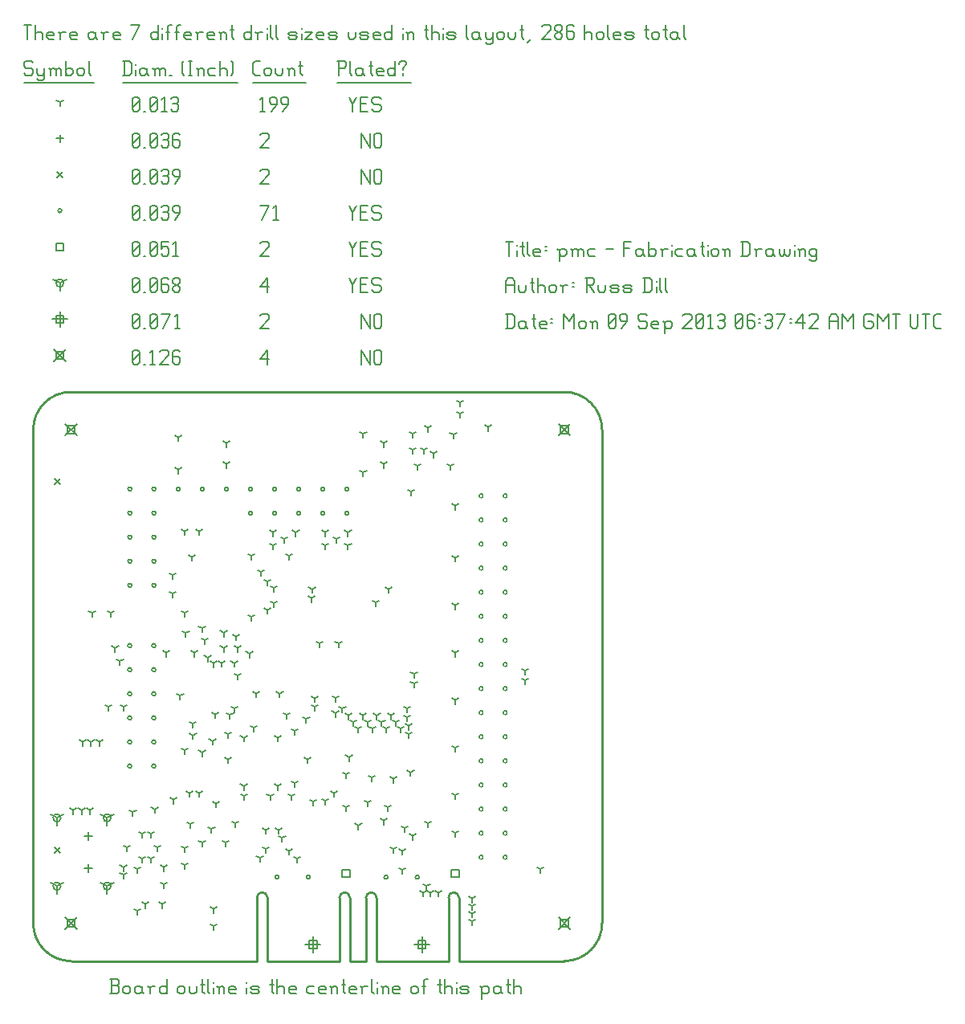
<source format=gbr>
G04 start of page 13 for group -3984 idx -3984 *
G04 Title: pmc, fab *
G04 Creator: pcb 1.99z *
G04 CreationDate: Mon 09 Sep 2013 06:37:42 AM GMT UTC *
G04 For: russ *
G04 Format: Gerber/RS-274X *
G04 PCB-Dimensions (mm): 62.00 62.00 *
G04 PCB-Coordinate-Origin: lower left *
%MOMM*%
%FSLAX43Y43*%
%LNFAB*%
%ADD192C,0.254*%
%ADD191C,0.191*%
%ADD190C,0.152*%
%ADD189C,0.203*%
G54D189*X4390Y57610D02*X5610Y56390D01*
X4390D02*X5610Y57610D01*
X4594Y57406D02*X5406D01*
X4594D02*Y56594D01*
X5406D01*
Y57406D02*Y56594D01*
X56390Y5610D02*X57610Y4390D01*
X56390D02*X57610Y5610D01*
X56594Y5406D02*X57406D01*
X56594D02*Y4594D01*
X57406D01*
Y5406D02*Y4594D01*
X56390Y57610D02*X57610Y56390D01*
X56390D02*X57610Y57610D01*
X56594Y57406D02*X57406D01*
X56594D02*Y56594D01*
X57406D01*
Y57406D02*Y56594D01*
X4390Y5610D02*X5610Y4390D01*
X4390D02*X5610Y5610D01*
X4594Y5406D02*X5406D01*
X4594D02*Y4594D01*
X5406D01*
Y5406D02*Y4594D01*
X3200Y65467D02*X4420Y64248D01*
X3200D02*X4420Y65467D01*
X3404Y65264D02*X4216D01*
X3404D02*Y64451D01*
X4216D01*
Y65264D02*Y64451D01*
G54D190*X35560Y65429D02*Y63905D01*
Y65429D02*X36512Y63905D01*
Y65429D02*Y63905D01*
X36970Y65238D02*Y64096D01*
Y65238D02*X37160Y65429D01*
X37541D01*
X37732Y65238D01*
Y64096D01*
X37541Y63905D02*X37732Y64096D01*
X37160Y63905D02*X37541D01*
X36970Y64096D02*X37160Y63905D01*
X24892Y64476D02*X25654Y65429D01*
X24892Y64476D02*X25844D01*
X25654Y65429D02*Y63905D01*
X11430Y64096D02*X11620Y63905D01*
X11430Y65238D02*Y64096D01*
Y65238D02*X11620Y65429D01*
X12002D01*
X12192Y65238D01*
Y64096D01*
X12002Y63905D02*X12192Y64096D01*
X11620Y63905D02*X12002D01*
X11430Y64286D02*X12192Y65048D01*
X12649Y63905D02*X12840D01*
X13297Y65124D02*X13602Y65429D01*
Y63905D01*
X13297D02*X13868D01*
X14326Y65238D02*X14516Y65429D01*
X15088D01*
X15278Y65238D01*
Y64858D01*
X14326Y63905D02*X15278Y64858D01*
X14326Y63905D02*X15278D01*
X16307Y65429D02*X16497Y65238D01*
X15926Y65429D02*X16307D01*
X15735Y65238D02*X15926Y65429D01*
X15735Y65238D02*Y64096D01*
X15926Y63905D01*
X16307Y64743D02*X16497Y64553D01*
X15735Y64743D02*X16307D01*
X15926Y63905D02*X16307D01*
X16497Y64096D01*
Y64553D02*Y64096D01*
X42000Y3563D02*Y1937D01*
X41187Y2750D02*X42813D01*
X41594Y3156D02*X42406D01*
X41594D02*Y2344D01*
X42406D01*
Y3156D02*Y2344D01*
X30500Y3563D02*Y1937D01*
X29687Y2750D02*X31313D01*
X30094Y3156D02*X30906D01*
X30094D02*Y2344D01*
X30906D01*
Y3156D02*Y2344D01*
X3810Y69480D02*Y67855D01*
X2997Y68668D02*X4623D01*
X3404Y69074D02*X4216D01*
X3404D02*Y68261D01*
X4216D01*
Y69074D02*Y68261D01*
X35560Y69239D02*Y67715D01*
Y69239D02*X36512Y67715D01*
Y69239D02*Y67715D01*
X36970Y69048D02*Y67906D01*
Y69048D02*X37160Y69239D01*
X37541D01*
X37732Y69048D01*
Y67906D01*
X37541Y67715D02*X37732Y67906D01*
X37160Y67715D02*X37541D01*
X36970Y67906D02*X37160Y67715D01*
X24892Y69048D02*X25082Y69239D01*
X25654D01*
X25844Y69048D01*
Y68668D01*
X24892Y67715D02*X25844Y68668D01*
X24892Y67715D02*X25844D01*
X11430Y67906D02*X11620Y67715D01*
X11430Y69048D02*Y67906D01*
Y69048D02*X11620Y69239D01*
X12002D01*
X12192Y69048D01*
Y67906D01*
X12002Y67715D02*X12192Y67906D01*
X11620Y67715D02*X12002D01*
X11430Y68096D02*X12192Y68858D01*
X12649Y67715D02*X12840D01*
X13297Y67906D02*X13487Y67715D01*
X13297Y69048D02*Y67906D01*
Y69048D02*X13487Y69239D01*
X13868D01*
X14059Y69048D01*
Y67906D01*
X13868Y67715D02*X14059Y67906D01*
X13487Y67715D02*X13868D01*
X13297Y68096D02*X14059Y68858D01*
X14707Y67715D02*X15469Y69239D01*
X14516D02*X15469D01*
X15926Y68934D02*X16231Y69239D01*
Y67715D01*
X15926D02*X16497D01*
X3500Y8900D02*Y8087D01*
Y8900D02*X4204Y9306D01*
X3500Y8900D02*X2796Y9306D01*
X3094Y8900D02*G75*G03X3906Y8900I406J0D01*G01*
G75*G03X3094Y8900I-406J0D01*G01*
X8800D02*Y8087D01*
Y8900D02*X9504Y9306D01*
X8800Y8900D02*X8096Y9306D01*
X8394Y8900D02*G75*G03X9206Y8900I406J0D01*G01*
G75*G03X8394Y8900I-406J0D01*G01*
X3500Y16100D02*Y15287D01*
Y16100D02*X4204Y16506D01*
X3500Y16100D02*X2796Y16506D01*
X3094Y16100D02*G75*G03X3906Y16100I406J0D01*G01*
G75*G03X3094Y16100I-406J0D01*G01*
X8800D02*Y15287D01*
Y16100D02*X9504Y16506D01*
X8800Y16100D02*X8096Y16506D01*
X8394Y16100D02*G75*G03X9206Y16100I406J0D01*G01*
G75*G03X8394Y16100I-406J0D01*G01*
X3810Y72478D02*Y71665D01*
Y72478D02*X4514Y72884D01*
X3810Y72478D02*X3106Y72884D01*
X3404Y72478D02*G75*G03X4216Y72478I406J0D01*G01*
G75*G03X3404Y72478I-406J0D01*G01*
X34290Y73049D02*X34671Y72287D01*
X35052Y73049D01*
X34671Y72287D02*Y71525D01*
X35509Y72363D02*X36081D01*
X35509Y71525D02*X36271D01*
X35509Y73049D02*Y71525D01*
Y73049D02*X36271D01*
X37490D02*X37681Y72858D01*
X36919Y73049D02*X37490D01*
X36728Y72858D02*X36919Y73049D01*
X36728Y72858D02*Y72478D01*
X36919Y72287D01*
X37490D01*
X37681Y72096D01*
Y71716D01*
X37490Y71525D02*X37681Y71716D01*
X36919Y71525D02*X37490D01*
X36728Y71716D02*X36919Y71525D01*
X24892Y72096D02*X25654Y73049D01*
X24892Y72096D02*X25844D01*
X25654Y73049D02*Y71525D01*
X11430Y71716D02*X11620Y71525D01*
X11430Y72858D02*Y71716D01*
Y72858D02*X11620Y73049D01*
X12002D01*
X12192Y72858D01*
Y71716D01*
X12002Y71525D02*X12192Y71716D01*
X11620Y71525D02*X12002D01*
X11430Y71906D02*X12192Y72668D01*
X12649Y71525D02*X12840D01*
X13297Y71716D02*X13487Y71525D01*
X13297Y72858D02*Y71716D01*
Y72858D02*X13487Y73049D01*
X13868D01*
X14059Y72858D01*
Y71716D01*
X13868Y71525D02*X14059Y71716D01*
X13487Y71525D02*X13868D01*
X13297Y71906D02*X14059Y72668D01*
X15088Y73049D02*X15278Y72858D01*
X14707Y73049D02*X15088D01*
X14516Y72858D02*X14707Y73049D01*
X14516Y72858D02*Y71716D01*
X14707Y71525D01*
X15088Y72363D02*X15278Y72173D01*
X14516Y72363D02*X15088D01*
X14707Y71525D02*X15088D01*
X15278Y71716D01*
Y72173D02*Y71716D01*
X15735D02*X15926Y71525D01*
X15735Y72020D02*Y71716D01*
Y72020D02*X16002Y72287D01*
X16231D01*
X16497Y72020D01*
Y71716D01*
X16307Y71525D02*X16497Y71716D01*
X15926Y71525D02*X16307D01*
X15735Y72554D02*X16002Y72287D01*
X15735Y72858D02*Y72554D01*
Y72858D02*X15926Y73049D01*
X16307D01*
X16497Y72858D01*
Y72554D01*
X16231Y72287D02*X16497Y72554D01*
X45094Y10656D02*X45906D01*
X45094D02*Y9844D01*
X45906D01*
Y10656D02*Y9844D01*
X33594Y10656D02*X34406D01*
X33594D02*Y9844D01*
X34406D01*
Y10656D02*Y9844D01*
X3404Y76694D02*X4216D01*
X3404D02*Y75881D01*
X4216D01*
Y76694D02*Y75881D01*
X34290Y76859D02*X34671Y76097D01*
X35052Y76859D01*
X34671Y76097D02*Y75335D01*
X35509Y76173D02*X36081D01*
X35509Y75335D02*X36271D01*
X35509Y76859D02*Y75335D01*
Y76859D02*X36271D01*
X37490D02*X37681Y76668D01*
X36919Y76859D02*X37490D01*
X36728Y76668D02*X36919Y76859D01*
X36728Y76668D02*Y76288D01*
X36919Y76097D01*
X37490D01*
X37681Y75906D01*
Y75526D01*
X37490Y75335D02*X37681Y75526D01*
X36919Y75335D02*X37490D01*
X36728Y75526D02*X36919Y75335D01*
X24892Y76668D02*X25082Y76859D01*
X25654D01*
X25844Y76668D01*
Y76288D01*
X24892Y75335D02*X25844Y76288D01*
X24892Y75335D02*X25844D01*
X11430Y75526D02*X11620Y75335D01*
X11430Y76668D02*Y75526D01*
Y76668D02*X11620Y76859D01*
X12002D01*
X12192Y76668D01*
Y75526D01*
X12002Y75335D02*X12192Y75526D01*
X11620Y75335D02*X12002D01*
X11430Y75716D02*X12192Y76478D01*
X12649Y75335D02*X12840D01*
X13297Y75526D02*X13487Y75335D01*
X13297Y76668D02*Y75526D01*
Y76668D02*X13487Y76859D01*
X13868D01*
X14059Y76668D01*
Y75526D01*
X13868Y75335D02*X14059Y75526D01*
X13487Y75335D02*X13868D01*
X13297Y75716D02*X14059Y76478D01*
X14516Y76859D02*X15278D01*
X14516D02*Y76097D01*
X14707Y76288D01*
X15088D01*
X15278Y76097D01*
Y75526D01*
X15088Y75335D02*X15278Y75526D01*
X14707Y75335D02*X15088D01*
X14516Y75526D02*X14707Y75335D01*
X15735Y76554D02*X16040Y76859D01*
Y75335D01*
X15735D02*X16307D01*
X48027Y50050D02*G75*G03X48433Y50050I203J0D01*G01*
G75*G03X48027Y50050I-203J0D01*G01*
X50567D02*G75*G03X50973Y50050I203J0D01*G01*
G75*G03X50567Y50050I-203J0D01*G01*
X48027Y47510D02*G75*G03X48433Y47510I203J0D01*G01*
G75*G03X48027Y47510I-203J0D01*G01*
X50567D02*G75*G03X50973Y47510I203J0D01*G01*
G75*G03X50567Y47510I-203J0D01*G01*
X48027Y44970D02*G75*G03X48433Y44970I203J0D01*G01*
G75*G03X48027Y44970I-203J0D01*G01*
X50567D02*G75*G03X50973Y44970I203J0D01*G01*
G75*G03X50567Y44970I-203J0D01*G01*
X48027Y42430D02*G75*G03X48433Y42430I203J0D01*G01*
G75*G03X48027Y42430I-203J0D01*G01*
X50567D02*G75*G03X50973Y42430I203J0D01*G01*
G75*G03X50567Y42430I-203J0D01*G01*
X48027Y39890D02*G75*G03X48433Y39890I203J0D01*G01*
G75*G03X48027Y39890I-203J0D01*G01*
X50567D02*G75*G03X50973Y39890I203J0D01*G01*
G75*G03X50567Y39890I-203J0D01*G01*
X48027Y37350D02*G75*G03X48433Y37350I203J0D01*G01*
G75*G03X48027Y37350I-203J0D01*G01*
X50567D02*G75*G03X50973Y37350I203J0D01*G01*
G75*G03X50567Y37350I-203J0D01*G01*
X48027Y34810D02*G75*G03X48433Y34810I203J0D01*G01*
G75*G03X48027Y34810I-203J0D01*G01*
X50567D02*G75*G03X50973Y34810I203J0D01*G01*
G75*G03X50567Y34810I-203J0D01*G01*
X48027Y32270D02*G75*G03X48433Y32270I203J0D01*G01*
G75*G03X48027Y32270I-203J0D01*G01*
X50567D02*G75*G03X50973Y32270I203J0D01*G01*
G75*G03X50567Y32270I-203J0D01*G01*
X48027Y29730D02*G75*G03X48433Y29730I203J0D01*G01*
G75*G03X48027Y29730I-203J0D01*G01*
X50567D02*G75*G03X50973Y29730I203J0D01*G01*
G75*G03X50567Y29730I-203J0D01*G01*
X48027Y27190D02*G75*G03X48433Y27190I203J0D01*G01*
G75*G03X48027Y27190I-203J0D01*G01*
X50567D02*G75*G03X50973Y27190I203J0D01*G01*
G75*G03X50567Y27190I-203J0D01*G01*
X48027Y24650D02*G75*G03X48433Y24650I203J0D01*G01*
G75*G03X48027Y24650I-203J0D01*G01*
X50567D02*G75*G03X50973Y24650I203J0D01*G01*
G75*G03X50567Y24650I-203J0D01*G01*
X48027Y22110D02*G75*G03X48433Y22110I203J0D01*G01*
G75*G03X48027Y22110I-203J0D01*G01*
X50567D02*G75*G03X50973Y22110I203J0D01*G01*
G75*G03X50567Y22110I-203J0D01*G01*
X48027Y19570D02*G75*G03X48433Y19570I203J0D01*G01*
G75*G03X48027Y19570I-203J0D01*G01*
X50567D02*G75*G03X50973Y19570I203J0D01*G01*
G75*G03X50567Y19570I-203J0D01*G01*
X48027Y17030D02*G75*G03X48433Y17030I203J0D01*G01*
G75*G03X48027Y17030I-203J0D01*G01*
X50567D02*G75*G03X50973Y17030I203J0D01*G01*
G75*G03X50567Y17030I-203J0D01*G01*
X48027Y14490D02*G75*G03X48433Y14490I203J0D01*G01*
G75*G03X48027Y14490I-203J0D01*G01*
X50567D02*G75*G03X50973Y14490I203J0D01*G01*
G75*G03X50567Y14490I-203J0D01*G01*
X48027Y11950D02*G75*G03X48433Y11950I203J0D01*G01*
G75*G03X48027Y11950I-203J0D01*G01*
X50567D02*G75*G03X50973Y11950I203J0D01*G01*
G75*G03X50567Y11950I-203J0D01*G01*
X23717Y48230D02*G75*G03X24123Y48230I203J0D01*G01*
G75*G03X23717Y48230I-203J0D01*G01*
Y50770D02*G75*G03X24123Y50770I203J0D01*G01*
G75*G03X23717Y50770I-203J0D01*G01*
X26257Y48230D02*G75*G03X26663Y48230I203J0D01*G01*
G75*G03X26257Y48230I-203J0D01*G01*
Y50770D02*G75*G03X26663Y50770I203J0D01*G01*
G75*G03X26257Y50770I-203J0D01*G01*
X28797Y48230D02*G75*G03X29203Y48230I203J0D01*G01*
G75*G03X28797Y48230I-203J0D01*G01*
Y50770D02*G75*G03X29203Y50770I203J0D01*G01*
G75*G03X28797Y50770I-203J0D01*G01*
X31337Y48230D02*G75*G03X31743Y48230I203J0D01*G01*
G75*G03X31337Y48230I-203J0D01*G01*
Y50770D02*G75*G03X31743Y50770I203J0D01*G01*
G75*G03X31337Y50770I-203J0D01*G01*
X33877Y48230D02*G75*G03X34283Y48230I203J0D01*G01*
G75*G03X33877Y48230I-203J0D01*G01*
Y50770D02*G75*G03X34283Y50770I203J0D01*G01*
G75*G03X33877Y50770I-203J0D01*G01*
X21177D02*G75*G03X21583Y50770I203J0D01*G01*
G75*G03X21177Y50770I-203J0D01*G01*
X18637D02*G75*G03X19043Y50770I203J0D01*G01*
G75*G03X18637Y50770I-203J0D01*G01*
X16097D02*G75*G03X16503Y50770I203J0D01*G01*
G75*G03X16097Y50770I-203J0D01*G01*
X13527Y40610D02*G75*G03X13933Y40610I203J0D01*G01*
G75*G03X13527Y40610I-203J0D01*G01*
X10987D02*G75*G03X11393Y40610I203J0D01*G01*
G75*G03X10987Y40610I-203J0D01*G01*
X13527Y43150D02*G75*G03X13933Y43150I203J0D01*G01*
G75*G03X13527Y43150I-203J0D01*G01*
X10987D02*G75*G03X11393Y43150I203J0D01*G01*
G75*G03X10987Y43150I-203J0D01*G01*
X13527Y45690D02*G75*G03X13933Y45690I203J0D01*G01*
G75*G03X13527Y45690I-203J0D01*G01*
X10987D02*G75*G03X11393Y45690I203J0D01*G01*
G75*G03X10987Y45690I-203J0D01*G01*
X13527Y48230D02*G75*G03X13933Y48230I203J0D01*G01*
G75*G03X13527Y48230I-203J0D01*G01*
X10987D02*G75*G03X11393Y48230I203J0D01*G01*
G75*G03X10987Y48230I-203J0D01*G01*
X13527Y50770D02*G75*G03X13933Y50770I203J0D01*G01*
G75*G03X13527Y50770I-203J0D01*G01*
X10987D02*G75*G03X11393Y50770I203J0D01*G01*
G75*G03X10987Y50770I-203J0D01*G01*
X10977Y34260D02*G75*G03X11383Y34260I203J0D01*G01*
G75*G03X10977Y34260I-203J0D01*G01*
X13517D02*G75*G03X13923Y34260I203J0D01*G01*
G75*G03X13517Y34260I-203J0D01*G01*
X10977Y31720D02*G75*G03X11383Y31720I203J0D01*G01*
G75*G03X10977Y31720I-203J0D01*G01*
X13517D02*G75*G03X13923Y31720I203J0D01*G01*
G75*G03X13517Y31720I-203J0D01*G01*
X10977Y29180D02*G75*G03X11383Y29180I203J0D01*G01*
G75*G03X10977Y29180I-203J0D01*G01*
X13517D02*G75*G03X13923Y29180I203J0D01*G01*
G75*G03X13517Y29180I-203J0D01*G01*
X10977Y26640D02*G75*G03X11383Y26640I203J0D01*G01*
G75*G03X10977Y26640I-203J0D01*G01*
X13517D02*G75*G03X13923Y26640I203J0D01*G01*
G75*G03X13517Y26640I-203J0D01*G01*
X10977Y24100D02*G75*G03X11383Y24100I203J0D01*G01*
G75*G03X10977Y24100I-203J0D01*G01*
X13517D02*G75*G03X13923Y24100I203J0D01*G01*
G75*G03X13517Y24100I-203J0D01*G01*
X10977Y21560D02*G75*G03X11383Y21560I203J0D01*G01*
G75*G03X10977Y21560I-203J0D01*G01*
X13517D02*G75*G03X13923Y21560I203J0D01*G01*
G75*G03X13517Y21560I-203J0D01*G01*
X37997Y9850D02*G75*G03X38403Y9850I203J0D01*G01*
G75*G03X37997Y9850I-203J0D01*G01*
X41297D02*G75*G03X41703Y9850I203J0D01*G01*
G75*G03X41297Y9850I-203J0D01*G01*
X26497D02*G75*G03X26903Y9850I203J0D01*G01*
G75*G03X26497Y9850I-203J0D01*G01*
X29797D02*G75*G03X30203Y9850I203J0D01*G01*
G75*G03X29797Y9850I-203J0D01*G01*
X3265Y12975D02*X3875Y12365D01*
X3265D02*X3875Y12975D01*
X3265Y51837D02*X3875Y51227D01*
X3265D02*X3875Y51837D01*
X3607Y80098D02*G75*G03X4013Y80098I203J0D01*G01*
G75*G03X3607Y80098I-203J0D01*G01*
X34290Y80669D02*X34671Y79907D01*
X35052Y80669D01*
X34671Y79907D02*Y79145D01*
X35509Y79983D02*X36081D01*
X35509Y79145D02*X36271D01*
X35509Y80669D02*Y79145D01*
Y80669D02*X36271D01*
X37490D02*X37681Y80478D01*
X36919Y80669D02*X37490D01*
X36728Y80478D02*X36919Y80669D01*
X36728Y80478D02*Y80098D01*
X36919Y79907D01*
X37490D01*
X37681Y79716D01*
Y79336D01*
X37490Y79145D02*X37681Y79336D01*
X36919Y79145D02*X37490D01*
X36728Y79336D02*X36919Y79145D01*
X25082D02*X25844Y80669D01*
X24892D02*X25844D01*
X26302Y80364D02*X26607Y80669D01*
Y79145D01*
X26302D02*X26873D01*
X3505Y84212D02*X4115Y83603D01*
X3505D02*X4115Y84212D01*
X35560Y84479D02*Y82955D01*
Y84479D02*X36512Y82955D01*
Y84479D02*Y82955D01*
X36970Y84288D02*Y83146D01*
Y84288D02*X37160Y84479D01*
X37541D01*
X37732Y84288D01*
Y83146D01*
X37541Y82955D02*X37732Y83146D01*
X37160Y82955D02*X37541D01*
X36970Y83146D02*X37160Y82955D01*
X24892Y84288D02*X25082Y84479D01*
X25654D01*
X25844Y84288D01*
Y83908D01*
X24892Y82955D02*X25844Y83908D01*
X24892Y82955D02*X25844D01*
X11430Y83146D02*X11620Y82955D01*
X11430Y84288D02*Y83146D01*
Y84288D02*X11620Y84479D01*
X12002D01*
X12192Y84288D01*
Y83146D01*
X12002Y82955D02*X12192Y83146D01*
X11620Y82955D02*X12002D01*
X11430Y83336D02*X12192Y84098D01*
X12649Y82955D02*X12840D01*
X13297Y83146D02*X13487Y82955D01*
X13297Y84288D02*Y83146D01*
Y84288D02*X13487Y84479D01*
X13868D01*
X14059Y84288D01*
Y83146D01*
X13868Y82955D02*X14059Y83146D01*
X13487Y82955D02*X13868D01*
X13297Y83336D02*X14059Y84098D01*
X14516Y84288D02*X14707Y84479D01*
X15088D01*
X15278Y84288D01*
X15088Y82955D02*X15278Y83146D01*
X14707Y82955D02*X15088D01*
X14516Y83146D02*X14707Y82955D01*
Y83793D02*X15088D01*
X15278Y84288D02*Y83984D01*
Y83603D02*Y83146D01*
Y83603D02*X15088Y83793D01*
X15278Y83984D02*X15088Y83793D01*
X15926Y82955D02*X16497Y83717D01*
Y84288D02*Y83717D01*
X16307Y84479D02*X16497Y84288D01*
X15926Y84479D02*X16307D01*
X15735Y84288D02*X15926Y84479D01*
X15735Y84288D02*Y83908D01*
X15926Y83717D01*
X16497D01*
X11430Y79336D02*X11620Y79145D01*
X11430Y80478D02*Y79336D01*
Y80478D02*X11620Y80669D01*
X12002D01*
X12192Y80478D01*
Y79336D01*
X12002Y79145D02*X12192Y79336D01*
X11620Y79145D02*X12002D01*
X11430Y79526D02*X12192Y80288D01*
X12649Y79145D02*X12840D01*
X13297Y79336D02*X13487Y79145D01*
X13297Y80478D02*Y79336D01*
Y80478D02*X13487Y80669D01*
X13868D01*
X14059Y80478D01*
Y79336D01*
X13868Y79145D02*X14059Y79336D01*
X13487Y79145D02*X13868D01*
X13297Y79526D02*X14059Y80288D01*
X14516Y80478D02*X14707Y80669D01*
X15088D01*
X15278Y80478D01*
X15088Y79145D02*X15278Y79336D01*
X14707Y79145D02*X15088D01*
X14516Y79336D02*X14707Y79145D01*
Y79983D02*X15088D01*
X15278Y80478D02*Y80174D01*
Y79793D02*Y79336D01*
Y79793D02*X15088Y79983D01*
X15278Y80174D02*X15088Y79983D01*
X15926Y79145D02*X16497Y79907D01*
Y80478D02*Y79907D01*
X16307Y80669D02*X16497Y80478D01*
X15926Y80669D02*X16307D01*
X15735Y80478D02*X15926Y80669D01*
X15735Y80478D02*Y80098D01*
X15926Y79907D01*
X16497D01*
X6800Y11206D02*Y10394D01*
X6394Y10800D02*X7206D01*
X6800Y14606D02*Y13794D01*
X6394Y14200D02*X7206D01*
X3810Y88124D02*Y87311D01*
X3404Y87718D02*X4216D01*
X35560Y88289D02*Y86765D01*
Y88289D02*X36512Y86765D01*
Y88289D02*Y86765D01*
X36970Y88098D02*Y86956D01*
Y88098D02*X37160Y88289D01*
X37541D01*
X37732Y88098D01*
Y86956D01*
X37541Y86765D02*X37732Y86956D01*
X37160Y86765D02*X37541D01*
X36970Y86956D02*X37160Y86765D01*
X24892Y88098D02*X25082Y88289D01*
X25654D01*
X25844Y88098D01*
Y87718D01*
X24892Y86765D02*X25844Y87718D01*
X24892Y86765D02*X25844D01*
X11430Y86956D02*X11620Y86765D01*
X11430Y88098D02*Y86956D01*
Y88098D02*X11620Y88289D01*
X12002D01*
X12192Y88098D01*
Y86956D01*
X12002Y86765D02*X12192Y86956D01*
X11620Y86765D02*X12002D01*
X11430Y87146D02*X12192Y87908D01*
X12649Y86765D02*X12840D01*
X13297Y86956D02*X13487Y86765D01*
X13297Y88098D02*Y86956D01*
Y88098D02*X13487Y88289D01*
X13868D01*
X14059Y88098D01*
Y86956D01*
X13868Y86765D02*X14059Y86956D01*
X13487Y86765D02*X13868D01*
X13297Y87146D02*X14059Y87908D01*
X14516Y88098D02*X14707Y88289D01*
X15088D01*
X15278Y88098D01*
X15088Y86765D02*X15278Y86956D01*
X14707Y86765D02*X15088D01*
X14516Y86956D02*X14707Y86765D01*
Y87603D02*X15088D01*
X15278Y88098D02*Y87794D01*
Y87413D02*Y86956D01*
Y87413D02*X15088Y87603D01*
X15278Y87794D02*X15088Y87603D01*
X16307Y88289D02*X16497Y88098D01*
X15926Y88289D02*X16307D01*
X15735Y88098D02*X15926Y88289D01*
X15735Y88098D02*Y86956D01*
X15926Y86765D01*
X16307Y87603D02*X16497Y87413D01*
X15735Y87603D02*X16307D01*
X15926Y86765D02*X16307D01*
X16497Y86956D01*
Y87413D02*Y86956D01*
X45500Y49000D02*Y48594D01*
Y49000D02*X45852Y49203D01*
X45500Y49000D02*X45148Y49203D01*
X45500Y43500D02*Y43094D01*
Y43500D02*X45852Y43703D01*
X45500Y43500D02*X45148Y43703D01*
X45500Y38500D02*Y38094D01*
Y38500D02*X45852Y38703D01*
X45500Y38500D02*X45148Y38703D01*
X45500Y33500D02*Y33094D01*
Y33500D02*X45852Y33703D01*
X45500Y33500D02*X45148Y33703D01*
X45500Y28500D02*Y28094D01*
Y28500D02*X45852Y28703D01*
X45500Y28500D02*X45148Y28703D01*
X45500Y23500D02*Y23094D01*
Y23500D02*X45852Y23703D01*
X45500Y23500D02*X45148Y23703D01*
X45500Y18500D02*Y18094D01*
Y18500D02*X45852Y18703D01*
X45500Y18500D02*X45148Y18703D01*
X45500Y14500D02*Y14094D01*
Y14500D02*X45852Y14703D01*
X45500Y14500D02*X45148Y14703D01*
X10900Y13000D02*Y12594D01*
Y13000D02*X11252Y13203D01*
X10900Y13000D02*X10548Y13203D01*
X10500Y10900D02*Y10494D01*
Y10900D02*X10852Y11103D01*
X10500Y10900D02*X10148Y11103D01*
X52900Y31600D02*Y31194D01*
Y31600D02*X53252Y31803D01*
X52900Y31600D02*X52548Y31803D01*
X52900Y30600D02*Y30194D01*
Y30600D02*X53252Y30803D01*
X52900Y30600D02*X52548Y30803D01*
X27000Y29200D02*Y28794D01*
Y29200D02*X27352Y29403D01*
X27000Y29200D02*X26648Y29403D01*
X18500Y18700D02*Y18294D01*
Y18700D02*X18852Y18903D01*
X18500Y18700D02*X18148Y18903D01*
X24500Y29200D02*Y28794D01*
Y29200D02*X24852Y29403D01*
X24500Y29200D02*X24148Y29403D01*
X29800Y26500D02*Y26094D01*
Y26500D02*X30152Y26703D01*
X29800Y26500D02*X29448Y26703D01*
X30500Y17800D02*Y17394D01*
Y17800D02*X30852Y18003D01*
X30500Y17800D02*X30148Y18003D01*
X18800Y23000D02*Y22594D01*
Y23000D02*X19152Y23203D01*
X18800Y23000D02*X18448Y23203D01*
X20200Y27000D02*Y26594D01*
Y27000D02*X20552Y27203D01*
X20200Y27000D02*X19848Y27203D01*
X25500Y14800D02*Y14394D01*
Y14800D02*X25852Y15003D01*
X25500Y14800D02*X25148Y15003D01*
X41150Y31250D02*Y30844D01*
Y31250D02*X41502Y31453D01*
X41150Y31250D02*X40798Y31453D01*
X41150Y30250D02*Y29844D01*
Y30250D02*X41502Y30453D01*
X41150Y30250D02*X40798Y30453D01*
X34250Y26900D02*Y26494D01*
Y26900D02*X34602Y27103D01*
X34250Y26900D02*X33898Y27103D01*
X34750Y26200D02*Y25794D01*
Y26200D02*X35102Y26403D01*
X34750Y26200D02*X34398Y26403D01*
X35250Y25500D02*Y25094D01*
Y25500D02*X35602Y25703D01*
X35250Y25500D02*X34898Y25703D01*
X35750Y26900D02*Y26494D01*
Y26900D02*X36102Y27103D01*
X35750Y26900D02*X35398Y27103D01*
X36250Y26200D02*Y25794D01*
Y26200D02*X36602Y26403D01*
X36250Y26200D02*X35898Y26403D01*
X36750Y25500D02*Y25094D01*
Y25500D02*X37102Y25703D01*
X36750Y25500D02*X36398Y25703D01*
X37250Y26900D02*Y26494D01*
Y26900D02*X37602Y27103D01*
X37250Y26900D02*X36898Y27103D01*
X37750Y26200D02*Y25794D01*
Y26200D02*X38102Y26403D01*
X37750Y26200D02*X37398Y26403D01*
X38250Y25500D02*Y25094D01*
Y25500D02*X38602Y25703D01*
X38250Y25500D02*X37898Y25703D01*
X38750Y26900D02*Y26494D01*
Y26900D02*X39102Y27103D01*
X38750Y26900D02*X38398Y27103D01*
X39250Y26200D02*Y25794D01*
Y26200D02*X39602Y26403D01*
X39250Y26200D02*X38898Y26403D01*
X39750Y25500D02*Y25094D01*
Y25500D02*X40102Y25703D01*
X39750Y25500D02*X39398Y25703D01*
X40400Y27600D02*Y27194D01*
Y27600D02*X40752Y27803D01*
X40400Y27600D02*X40048Y27803D01*
X40600Y25800D02*Y25394D01*
Y25800D02*X40952Y26003D01*
X40600Y25800D02*X40248Y26003D01*
X40600Y24900D02*Y24494D01*
Y24900D02*X40952Y25103D01*
X40600Y24900D02*X40248Y25103D01*
X32900Y28750D02*Y28344D01*
Y28750D02*X33252Y28953D01*
X32900Y28750D02*X32548Y28953D01*
X33600Y27600D02*Y27194D01*
Y27600D02*X33952Y27803D01*
X33600Y27600D02*X33248Y27803D01*
X32850Y27150D02*Y26744D01*
Y27150D02*X33202Y27353D01*
X32850Y27150D02*X32498Y27353D01*
X30700Y27800D02*Y27394D01*
Y27800D02*X31052Y28003D01*
X30700Y27800D02*X30348Y28003D01*
X30700Y28700D02*Y28294D01*
Y28700D02*X31052Y28903D01*
X30700Y28700D02*X30348Y28903D01*
X33200Y34500D02*Y34094D01*
Y34500D02*X33552Y34703D01*
X33200Y34500D02*X32848Y34703D01*
X13800Y17000D02*Y16594D01*
Y17000D02*X14152Y17203D01*
X13800Y17000D02*X13448Y17203D01*
X22300Y15500D02*Y15094D01*
Y15500D02*X22652Y15703D01*
X22300Y15500D02*X21948Y15703D01*
X25500Y12800D02*Y12394D01*
Y12800D02*X25852Y13003D01*
X25500Y12800D02*X25148Y13003D01*
X34000Y17200D02*Y16794D01*
Y17200D02*X34352Y17403D01*
X34000Y17200D02*X33648Y17403D01*
X38000Y15800D02*Y15394D01*
Y15800D02*X38352Y16003D01*
X38000Y15800D02*X37648Y16003D01*
X38400Y17200D02*Y16794D01*
Y17200D02*X38752Y17403D01*
X38400Y17200D02*X38048Y17403D01*
X31800Y17900D02*Y17494D01*
Y17900D02*X32152Y18103D01*
X31800Y17900D02*X31448Y18103D01*
X32700Y18700D02*Y18294D01*
Y18700D02*X33052Y18903D01*
X32700Y18700D02*X32348Y18903D01*
X28000Y12600D02*Y12194D01*
Y12600D02*X28352Y12803D01*
X28000Y12600D02*X27648Y12803D01*
X28800Y11800D02*Y11394D01*
Y11800D02*X29152Y12003D01*
X28800Y11800D02*X28448Y12003D01*
X36300Y17700D02*Y17294D01*
Y17700D02*X36652Y17903D01*
X36300Y17700D02*X35948Y17903D01*
X35300Y15300D02*Y14894D01*
Y15300D02*X35652Y15503D01*
X35300Y15300D02*X34948Y15503D01*
X34300Y22500D02*Y22094D01*
Y22500D02*X34652Y22703D01*
X34300Y22500D02*X33948Y22703D01*
X41000Y14200D02*Y13794D01*
Y14200D02*X41352Y14403D01*
X41000Y14200D02*X40648Y14403D01*
X42600Y15500D02*Y15094D01*
Y15500D02*X42952Y15703D01*
X42600Y15500D02*X42248Y15703D01*
X40800Y20900D02*Y20494D01*
Y20900D02*X41152Y21103D01*
X40800Y20900D02*X40448Y21103D01*
X11500Y16700D02*Y16294D01*
Y16700D02*X11852Y16903D01*
X11500Y16700D02*X11148Y16903D01*
X39900Y10600D02*Y10194D01*
Y10600D02*X40252Y10803D01*
X39900Y10600D02*X39548Y10803D01*
X39900Y12600D02*Y12194D01*
Y12600D02*X40252Y12803D01*
X39900Y12600D02*X39548Y12803D01*
X54500Y10700D02*Y10294D01*
Y10700D02*X54852Y10903D01*
X54500Y10700D02*X54148Y10903D01*
X45300Y56500D02*Y56094D01*
Y56500D02*X45652Y56703D01*
X45300Y56500D02*X44948Y56703D01*
X45000Y53200D02*Y52794D01*
Y53200D02*X45352Y53403D01*
X45000Y53200D02*X44648Y53403D01*
X43200Y54500D02*Y54094D01*
Y54500D02*X43552Y54703D01*
X43200Y54500D02*X42848Y54703D01*
X42600Y57200D02*Y56794D01*
Y57200D02*X42952Y57403D01*
X42600Y57200D02*X42248Y57403D01*
X42200Y54900D02*Y54494D01*
Y54900D02*X42552Y55103D01*
X42200Y54900D02*X41848Y55103D01*
X49000Y57300D02*Y56894D01*
Y57300D02*X49352Y57503D01*
X49000Y57300D02*X48648Y57503D01*
X27500Y45500D02*Y45094D01*
Y45500D02*X27852Y45703D01*
X27500Y45500D02*X27148Y45703D01*
X33000Y45500D02*Y45094D01*
Y45500D02*X33352Y45703D01*
X33000Y45500D02*X32648Y45703D01*
X25700Y38000D02*Y37594D01*
Y38000D02*X26052Y38203D01*
X25700Y38000D02*X25348Y38203D01*
X25700Y41000D02*Y40594D01*
Y41000D02*X26052Y41203D01*
X25700Y41000D02*X25348Y41203D01*
X28000Y43700D02*Y43294D01*
Y43700D02*X28352Y43903D01*
X28000Y43700D02*X27648Y43903D01*
X28700Y46200D02*Y45794D01*
Y46200D02*X29052Y46403D01*
X28700Y46200D02*X28348Y46403D01*
X26300Y46200D02*Y45794D01*
Y46200D02*X26652Y46403D01*
X26300Y46200D02*X25948Y46403D01*
X26300Y44800D02*Y44394D01*
Y44800D02*X26652Y45003D01*
X26300Y44800D02*X25948Y45003D01*
X30350Y39250D02*Y38844D01*
Y39250D02*X30702Y39453D01*
X30350Y39250D02*X29998Y39453D01*
X31800Y46200D02*Y45794D01*
Y46200D02*X32152Y46403D01*
X31800Y46200D02*X31448Y46403D01*
X34200Y46200D02*Y45794D01*
Y46200D02*X34552Y46403D01*
X34200Y46200D02*X33848Y46403D01*
X31800Y44800D02*Y44394D01*
Y44800D02*X32152Y45003D01*
X31800Y44800D02*X31448Y45003D01*
X34200Y44800D02*Y44394D01*
Y44800D02*X34552Y45003D01*
X34200Y44800D02*X33848Y45003D01*
X41000Y56600D02*Y56194D01*
Y56600D02*X41352Y56803D01*
X41000Y56600D02*X40648Y56803D01*
X41000Y54900D02*Y54494D01*
Y54900D02*X41352Y55103D01*
X41000Y54900D02*X40648Y55103D01*
X41500Y53200D02*Y52794D01*
Y53200D02*X41852Y53403D01*
X41500Y53200D02*X41148Y53403D01*
X21750Y26950D02*Y26544D01*
Y26950D02*X22102Y27153D01*
X21750Y26950D02*X21398Y27153D01*
X27750Y26950D02*Y26544D01*
Y26950D02*X28102Y27153D01*
X27750Y26950D02*X27398Y27153D01*
X29950Y22250D02*Y21844D01*
Y22250D02*X30302Y22453D01*
X29950Y22250D02*X29598Y22453D01*
X23250Y18400D02*Y17994D01*
Y18400D02*X23602Y18603D01*
X23250Y18400D02*X22898Y18603D01*
X26000Y18400D02*Y17994D01*
Y18400D02*X26352Y18603D01*
X26000Y18400D02*X25648Y18603D01*
X28250Y18400D02*Y17994D01*
Y18400D02*X28602Y18603D01*
X28250Y18400D02*X27898Y18603D01*
X20300Y17600D02*Y17194D01*
Y17600D02*X20652Y17803D01*
X20300Y17600D02*X19948Y17803D01*
X28600Y25250D02*Y24844D01*
Y25250D02*X28952Y25453D01*
X28600Y25250D02*X28248Y25453D01*
X24250Y25600D02*Y25194D01*
Y25600D02*X24602Y25803D01*
X24250Y25600D02*X23898Y25803D01*
X28600Y19750D02*Y19344D01*
Y19750D02*X28952Y19953D01*
X28600Y19750D02*X28248Y19953D01*
X21550Y24900D02*Y24494D01*
Y24900D02*X21902Y25103D01*
X21550Y24900D02*X21198Y25103D01*
X21550Y22250D02*Y21844D01*
Y22250D02*X21902Y22453D01*
X21550Y22250D02*X21198Y22453D01*
X26800Y24550D02*Y24144D01*
Y24550D02*X27152Y24753D01*
X26800Y24550D02*X26448Y24753D01*
X23200Y19450D02*Y19044D01*
Y19450D02*X23552Y19653D01*
X23200Y19450D02*X22848Y19653D01*
X26800Y19450D02*Y19044D01*
Y19450D02*X27152Y19653D01*
X26800Y19450D02*X26448Y19653D01*
X46000Y58700D02*Y58294D01*
Y58700D02*X46352Y58903D01*
X46000Y58700D02*X45648Y58903D01*
X46000Y59900D02*Y59494D01*
Y59900D02*X46352Y60103D01*
X46000Y59900D02*X45648Y60103D01*
X22190Y32410D02*Y32004D01*
Y32410D02*X22542Y32613D01*
X22190Y32410D02*X21838Y32613D01*
X22590Y34010D02*Y33604D01*
Y34010D02*X22942Y34213D01*
X22590Y34010D02*X22238Y34213D01*
X21090Y34010D02*Y33604D01*
Y34010D02*X21442Y34213D01*
X21090Y34010D02*X20738Y34213D01*
X22390Y35210D02*Y34804D01*
Y35210D02*X22742Y35413D01*
X22390Y35210D02*X22038Y35413D01*
X16500Y29000D02*Y28594D01*
Y29000D02*X16852Y29203D01*
X16500Y29000D02*X16148Y29203D01*
X17800Y26000D02*Y25594D01*
Y26000D02*X18152Y26203D01*
X17800Y26000D02*X17448Y26203D01*
X23790Y33410D02*Y33004D01*
Y33410D02*X24142Y33613D01*
X23790Y33410D02*X23438Y33613D01*
X22590Y31110D02*Y30704D01*
Y31110D02*X22942Y31313D01*
X22590Y31110D02*X22238Y31313D01*
X20890Y32410D02*Y32004D01*
Y32410D02*X21242Y32613D01*
X20890Y32410D02*X20538Y32613D01*
X21090Y35610D02*Y35204D01*
Y35610D02*X21442Y35813D01*
X21090Y35610D02*X20738Y35813D01*
X20000Y32400D02*Y31994D01*
Y32400D02*X20352Y32603D01*
X20000Y32400D02*X19648Y32603D01*
X19090Y34810D02*Y34404D01*
Y34810D02*X19442Y35013D01*
X19090Y34810D02*X18738Y35013D01*
X19400Y33000D02*Y32594D01*
Y33000D02*X19752Y33203D01*
X19400Y33000D02*X19048Y33203D01*
X24000Y43700D02*Y43294D01*
Y43700D02*X24352Y43903D01*
X24000Y43700D02*X23648Y43903D01*
X24000Y37300D02*Y36894D01*
Y37300D02*X24352Y37503D01*
X24000Y37300D02*X23648Y37503D01*
X17000Y37700D02*Y37294D01*
Y37700D02*X17352Y37903D01*
X17000Y37700D02*X16648Y37903D01*
X17000Y46300D02*Y45894D01*
Y46300D02*X17352Y46503D01*
X17000Y46300D02*X16648Y46503D01*
X15700Y41700D02*Y41294D01*
Y41700D02*X16052Y41903D01*
X15700Y41700D02*X15348Y41903D01*
X15725Y39725D02*Y39319D01*
Y39725D02*X16077Y39928D01*
X15725Y39725D02*X15373Y39928D01*
X15000Y33500D02*Y33094D01*
Y33500D02*X15352Y33703D01*
X15000Y33500D02*X14648Y33703D01*
X8950Y27810D02*Y27404D01*
Y27810D02*X9302Y28013D01*
X8950Y27810D02*X8598Y28013D01*
X10550Y27810D02*Y27404D01*
Y27810D02*X10902Y28013D01*
X10550Y27810D02*X10198Y28013D01*
X10150Y32610D02*Y32204D01*
Y32610D02*X10502Y32813D01*
X10150Y32610D02*X9798Y32813D01*
X9650Y34010D02*Y33604D01*
Y34010D02*X10002Y34213D01*
X9650Y34010D02*X9298Y34213D01*
X17850Y24800D02*Y24394D01*
Y24800D02*X18202Y25003D01*
X17850Y24800D02*X17498Y25003D01*
X19900Y24200D02*Y23794D01*
Y24200D02*X20252Y24403D01*
X19900Y24200D02*X19548Y24403D01*
X15800Y18000D02*Y17594D01*
Y18000D02*X16152Y18203D01*
X15800Y18000D02*X15448Y18203D01*
X17000Y23200D02*Y22794D01*
Y23200D02*X17352Y23403D01*
X17000Y23200D02*X16648Y23403D01*
X17560Y15410D02*Y15004D01*
Y15410D02*X17912Y15613D01*
X17560Y15410D02*X17208Y15613D01*
X19800Y14900D02*Y14494D01*
Y14900D02*X20152Y15103D01*
X19800Y14900D02*X19448Y15103D01*
X21300Y13500D02*Y13094D01*
Y13500D02*X21652Y13703D01*
X21300Y13500D02*X20948Y13703D01*
X14100Y13000D02*Y12594D01*
Y13000D02*X14452Y13203D01*
X14100Y13000D02*X13748Y13203D01*
X17500Y18700D02*Y18294D01*
Y18700D02*X17852Y18903D01*
X17500Y18700D02*X17148Y18903D01*
X18000Y33500D02*Y33094D01*
Y33500D02*X18352Y33703D01*
X18000Y33500D02*X17648Y33703D01*
X40200Y15000D02*Y14594D01*
Y15000D02*X40552Y15203D01*
X40200Y15000D02*X39848Y15203D01*
X39000Y20200D02*Y19794D01*
Y20200D02*X39352Y20403D01*
X39000Y20200D02*X38648Y20403D01*
X34000Y20700D02*Y20294D01*
Y20700D02*X34352Y20903D01*
X34000Y20700D02*X33648Y20903D01*
X12000Y10700D02*Y10294D01*
Y10700D02*X12352Y10903D01*
X12000Y10700D02*X11648Y10903D01*
X12000Y6300D02*Y5894D01*
Y6300D02*X12352Y6503D01*
X12000Y6300D02*X11648Y6503D01*
X14800Y9100D02*Y8694D01*
Y9100D02*X15152Y9303D01*
X14800Y9100D02*X14448Y9303D01*
X14800Y10900D02*Y10494D01*
Y10900D02*X15152Y11103D01*
X14800Y10900D02*X14448Y11103D01*
X20000Y4700D02*Y4294D01*
Y4700D02*X20352Y4903D01*
X20000Y4700D02*X19648Y4903D01*
X20000Y6500D02*Y6094D01*
Y6500D02*X20352Y6703D01*
X20000Y6500D02*X19648Y6703D01*
X12800Y7000D02*Y6594D01*
Y7000D02*X13152Y7203D01*
X12800Y7000D02*X12448Y7203D01*
X14600Y7000D02*Y6594D01*
Y7000D02*X14952Y7203D01*
X14600Y7000D02*X14248Y7203D01*
X12500Y14400D02*Y13994D01*
Y14400D02*X12852Y14603D01*
X12500Y14400D02*X12148Y14603D01*
X13400Y14400D02*Y13994D01*
Y14400D02*X13752Y14603D01*
X13400Y14400D02*X13048Y14603D01*
X12500Y11800D02*Y11394D01*
Y11800D02*X12852Y12003D01*
X12500Y11800D02*X12148Y12003D01*
X30400Y40200D02*Y39794D01*
Y40200D02*X30752Y40403D01*
X30400Y40200D02*X30048Y40403D01*
X26400Y38700D02*Y38294D01*
Y38700D02*X26752Y38903D01*
X26400Y38700D02*X26048Y38903D01*
X26400Y40300D02*Y39894D01*
Y40300D02*X26752Y40503D01*
X26400Y40300D02*X26048Y40503D01*
X5200Y16900D02*Y16494D01*
Y16900D02*X5552Y17103D01*
X5200Y16900D02*X4848Y17103D01*
X6100Y16900D02*Y16494D01*
Y16900D02*X6452Y17103D01*
X6100Y16900D02*X5748Y17103D01*
X7000Y16900D02*Y16494D01*
Y16900D02*X7352Y17103D01*
X7000Y16900D02*X6648Y17103D01*
X6200Y24100D02*Y23694D01*
Y24100D02*X6552Y24303D01*
X6200Y24100D02*X5848Y24303D01*
X7100Y24100D02*Y23694D01*
Y24100D02*X7452Y24303D01*
X7100Y24100D02*X6748Y24303D01*
X8000Y24100D02*Y23694D01*
Y24100D02*X8352Y24303D01*
X8000Y24100D02*X7648Y24303D01*
X16300Y56200D02*Y55794D01*
Y56200D02*X16652Y56403D01*
X16300Y56200D02*X15948Y56403D01*
X16300Y52800D02*Y52394D01*
Y52800D02*X16652Y53003D01*
X16300Y52800D02*X15948Y53003D01*
X7200Y37700D02*Y37294D01*
Y37700D02*X7552Y37903D01*
X7200Y37700D02*X6848Y37903D01*
X9200Y37700D02*Y37294D01*
Y37700D02*X9552Y37903D01*
X9200Y37700D02*X8848Y37903D01*
X21400Y55600D02*Y55194D01*
Y55600D02*X21752Y55803D01*
X21400Y55600D02*X21048Y55803D01*
X21400Y53400D02*Y52994D01*
Y53400D02*X21752Y53603D01*
X21400Y53400D02*X21048Y53603D01*
X17100Y35600D02*Y35194D01*
Y35600D02*X17452Y35803D01*
X17100Y35600D02*X16748Y35803D01*
X18800Y36100D02*Y35694D01*
Y36100D02*X19152Y36303D01*
X18800Y36100D02*X18448Y36303D01*
X10500Y10100D02*Y9694D01*
Y10100D02*X10852Y10303D01*
X10500Y10100D02*X10148Y10303D01*
X38000Y55600D02*Y55194D01*
Y55600D02*X38352Y55803D01*
X38000Y55600D02*X37648Y55803D01*
X38000Y53400D02*Y52994D01*
Y53400D02*X38352Y53603D01*
X38000Y53400D02*X37648Y53603D01*
X25000Y42000D02*Y41594D01*
Y42000D02*X25352Y42203D01*
X25000Y42000D02*X24648Y42203D01*
X26900Y14800D02*Y14394D01*
Y14800D02*X27252Y15003D01*
X26900Y14800D02*X26548Y15003D01*
X27250Y14000D02*Y13594D01*
Y14000D02*X27602Y14203D01*
X27250Y14000D02*X26898Y14203D01*
X43700Y8200D02*Y7794D01*
Y8200D02*X44052Y8403D01*
X43700Y8200D02*X43348Y8403D01*
X42900Y8200D02*Y7794D01*
Y8200D02*X43252Y8403D01*
X42900Y8200D02*X42548Y8403D01*
X42100Y8200D02*Y7794D01*
Y8200D02*X42452Y8403D01*
X42100Y8200D02*X41748Y8403D01*
X42500Y8900D02*Y8494D01*
Y8900D02*X42852Y9103D01*
X42500Y8900D02*X42148Y9103D01*
X47300Y7600D02*Y7194D01*
Y7600D02*X47652Y7803D01*
X47300Y7600D02*X46948Y7803D01*
X47300Y6800D02*Y6394D01*
Y6800D02*X47652Y7003D01*
X47300Y6800D02*X46948Y7003D01*
X47300Y6000D02*Y5594D01*
Y6000D02*X47652Y6203D01*
X47300Y6000D02*X46948Y6203D01*
X47300Y5200D02*Y4794D01*
Y5200D02*X47652Y5403D01*
X47300Y5200D02*X46948Y5403D01*
X22250Y27650D02*Y27244D01*
Y27650D02*X22602Y27853D01*
X22250Y27650D02*X21898Y27853D01*
X17000Y12900D02*Y12494D01*
Y12900D02*X17352Y13103D01*
X17000Y12900D02*X16648Y13103D01*
X17000Y11100D02*Y10694D01*
Y11100D02*X17352Y11303D01*
X17000Y11100D02*X16648Y11303D01*
X18800Y13500D02*Y13094D01*
Y13500D02*X19152Y13703D01*
X18800Y13500D02*X18448Y13703D01*
X24900Y11900D02*Y11494D01*
Y11900D02*X25252Y12103D01*
X24900Y11900D02*X24548Y12103D01*
X35800Y56600D02*Y56194D01*
Y56600D02*X36152Y56803D01*
X35800Y56600D02*X35448Y56803D01*
X35800Y52500D02*Y52094D01*
Y52500D02*X36152Y52703D01*
X35800Y52500D02*X35448Y52703D01*
X38500Y40200D02*Y39794D01*
Y40200D02*X38852Y40403D01*
X38500Y40200D02*X38148Y40403D01*
X37100Y38800D02*Y38394D01*
Y38800D02*X37452Y39003D01*
X37100Y38800D02*X36748Y39003D01*
X17750Y43600D02*Y43194D01*
Y43600D02*X18102Y43803D01*
X17750Y43600D02*X17398Y43803D01*
X36700Y20350D02*Y19944D01*
Y20350D02*X37052Y20553D01*
X36700Y20350D02*X36348Y20553D01*
X31200Y34500D02*Y34094D01*
Y34500D02*X31552Y34703D01*
X31200Y34500D02*X30848Y34703D01*
X18500Y46300D02*Y45894D01*
Y46300D02*X18852Y46503D01*
X18500Y46300D02*X18148Y46503D01*
X39000Y12800D02*Y12394D01*
Y12800D02*X39352Y13003D01*
X39000Y12800D02*X38648Y13003D01*
X40850Y50500D02*Y50094D01*
Y50500D02*X41202Y50703D01*
X40850Y50500D02*X40498Y50703D01*
X40400Y26700D02*Y26294D01*
Y26700D02*X40752Y26903D01*
X40400Y26700D02*X40048Y26903D01*
X23200Y24550D02*Y24144D01*
Y24550D02*X23552Y24753D01*
X23200Y24550D02*X22848Y24753D01*
X13400Y11800D02*Y11394D01*
Y11800D02*X13752Y12003D01*
X13400Y11800D02*X13048Y12003D01*
X3810Y91528D02*Y91121D01*
Y91528D02*X4162Y91731D01*
X3810Y91528D02*X3458Y91731D01*
X34290Y92099D02*X34671Y91337D01*
X35052Y92099D01*
X34671Y91337D02*Y90575D01*
X35509Y91413D02*X36081D01*
X35509Y90575D02*X36271D01*
X35509Y92099D02*Y90575D01*
Y92099D02*X36271D01*
X37490D02*X37681Y91908D01*
X36919Y92099D02*X37490D01*
X36728Y91908D02*X36919Y92099D01*
X36728Y91908D02*Y91528D01*
X36919Y91337D01*
X37490D01*
X37681Y91146D01*
Y90766D01*
X37490Y90575D02*X37681Y90766D01*
X36919Y90575D02*X37490D01*
X36728Y90766D02*X36919Y90575D01*
X24892Y91794D02*X25197Y92099D01*
Y90575D01*
X24892D02*X25464D01*
X26111D02*X26683Y91337D01*
Y91908D02*Y91337D01*
X26492Y92099D02*X26683Y91908D01*
X26111Y92099D02*X26492D01*
X25921Y91908D02*X26111Y92099D01*
X25921Y91908D02*Y91528D01*
X26111Y91337D01*
X26683D01*
X27330Y90575D02*X27902Y91337D01*
Y91908D02*Y91337D01*
X27711Y92099D02*X27902Y91908D01*
X27330Y92099D02*X27711D01*
X27140Y91908D02*X27330Y92099D01*
X27140Y91908D02*Y91528D01*
X27330Y91337D01*
X27902D01*
X11430Y90766D02*X11620Y90575D01*
X11430Y91908D02*Y90766D01*
Y91908D02*X11620Y92099D01*
X12002D01*
X12192Y91908D01*
Y90766D01*
X12002Y90575D02*X12192Y90766D01*
X11620Y90575D02*X12002D01*
X11430Y90956D02*X12192Y91718D01*
X12649Y90575D02*X12840D01*
X13297Y90766D02*X13487Y90575D01*
X13297Y91908D02*Y90766D01*
Y91908D02*X13487Y92099D01*
X13868D01*
X14059Y91908D01*
Y90766D01*
X13868Y90575D02*X14059Y90766D01*
X13487Y90575D02*X13868D01*
X13297Y90956D02*X14059Y91718D01*
X14516Y91794D02*X14821Y92099D01*
Y90575D01*
X14516D02*X15088D01*
X15545Y91908D02*X15735Y92099D01*
X16116D01*
X16307Y91908D01*
X16116Y90575D02*X16307Y90766D01*
X15735Y90575D02*X16116D01*
X15545Y90766D02*X15735Y90575D01*
Y91413D02*X16116D01*
X16307Y91908D02*Y91604D01*
Y91223D02*Y90766D01*
Y91223D02*X16116Y91413D01*
X16307Y91604D02*X16116Y91413D01*
X762Y95909D02*X952Y95718D01*
X190Y95909D02*X762D01*
X0Y95718D02*X190Y95909D01*
X0Y95718D02*Y95338D01*
X190Y95147D01*
X762D01*
X952Y94956D01*
Y94576D01*
X762Y94385D02*X952Y94576D01*
X190Y94385D02*X762D01*
X0Y94576D02*X190Y94385D01*
X1410Y95147D02*Y94576D01*
X1600Y94385D01*
X2172Y95147D02*Y94004D01*
X1981Y93814D02*X2172Y94004D01*
X1600Y93814D02*X1981D01*
X1410Y94004D02*X1600Y93814D01*
Y94385D02*X1981D01*
X2172Y94576D01*
X2819Y94956D02*Y94385D01*
Y94956D02*X3010Y95147D01*
X3200D01*
X3391Y94956D01*
Y94385D01*
Y94956D02*X3581Y95147D01*
X3772D01*
X3962Y94956D01*
Y94385D01*
X2629Y95147D02*X2819Y94956D01*
X4420Y95909D02*Y94385D01*
Y94576D02*X4610Y94385D01*
X4991D01*
X5182Y94576D01*
Y94956D02*Y94576D01*
X4991Y95147D02*X5182Y94956D01*
X4610Y95147D02*X4991D01*
X4420Y94956D02*X4610Y95147D01*
X5639Y94956D02*Y94576D01*
Y94956D02*X5829Y95147D01*
X6210D01*
X6401Y94956D01*
Y94576D01*
X6210Y94385D02*X6401Y94576D01*
X5829Y94385D02*X6210D01*
X5639Y94576D02*X5829Y94385D01*
X6858Y95909D02*Y94576D01*
X7049Y94385D01*
X0Y93559D02*X7430D01*
X10604Y95909D02*Y94385D01*
X11100Y95909D02*X11366Y95642D01*
Y94652D01*
X11100Y94385D02*X11366Y94652D01*
X10414Y94385D02*X11100D01*
X10414Y95909D02*X11100D01*
G54D191*X11824Y95528D02*Y95490D01*
G54D190*Y94956D02*Y94385D01*
X12776Y95147D02*X12967Y94956D01*
X12395Y95147D02*X12776D01*
X12205Y94956D02*X12395Y95147D01*
X12205Y94956D02*Y94576D01*
X12395Y94385D01*
X12967Y95147D02*Y94576D01*
X13157Y94385D01*
X12395D02*X12776D01*
X12967Y94576D01*
X13805Y94956D02*Y94385D01*
Y94956D02*X13995Y95147D01*
X14186D01*
X14376Y94956D01*
Y94385D01*
Y94956D02*X14567Y95147D01*
X14757D01*
X14948Y94956D01*
Y94385D01*
X13614Y95147D02*X13805Y94956D01*
X15405Y94385D02*X15596D01*
X16739Y94576D02*X16929Y94385D01*
X16739Y95718D02*X16929Y95909D01*
X16739Y95718D02*Y94576D01*
X17386Y95909D02*X17767D01*
X17577D02*Y94385D01*
X17386D02*X17767D01*
X18415Y94956D02*Y94385D01*
Y94956D02*X18606Y95147D01*
X18796D01*
X18987Y94956D01*
Y94385D01*
X18225Y95147D02*X18415Y94956D01*
X19634Y95147D02*X20206D01*
X19444Y94956D02*X19634Y95147D01*
X19444Y94956D02*Y94576D01*
X19634Y94385D01*
X20206D01*
X20663Y95909D02*Y94385D01*
Y94956D02*X20853Y95147D01*
X21234D01*
X21425Y94956D01*
Y94385D01*
X21882Y95909D02*X22073Y95718D01*
Y94576D01*
X21882Y94385D02*X22073Y94576D01*
X10414Y93559D02*X22530D01*
X24397Y94385D02*X24892D01*
X24130Y94652D02*X24397Y94385D01*
X24130Y95642D02*Y94652D01*
Y95642D02*X24397Y95909D01*
X24892D01*
X25349Y94956D02*Y94576D01*
Y94956D02*X25540Y95147D01*
X25921D01*
X26111Y94956D01*
Y94576D01*
X25921Y94385D02*X26111Y94576D01*
X25540Y94385D02*X25921D01*
X25349Y94576D02*X25540Y94385D01*
X26568Y95147D02*Y94576D01*
X26759Y94385D01*
X27140D01*
X27330Y94576D01*
Y95147D02*Y94576D01*
X27978Y94956D02*Y94385D01*
Y94956D02*X28169Y95147D01*
X28359D01*
X28550Y94956D01*
Y94385D01*
X27788Y95147D02*X27978Y94956D01*
X29197Y95909D02*Y94576D01*
X29388Y94385D01*
X29007Y95338D02*X29388D01*
X24130Y93559D02*X29769D01*
X33210Y95909D02*Y94385D01*
X33020Y95909D02*X33782D01*
X33972Y95718D01*
Y95338D01*
X33782Y95147D02*X33972Y95338D01*
X33210Y95147D02*X33782D01*
X34430Y95909D02*Y94576D01*
X34620Y94385D01*
X35573Y95147D02*X35763Y94956D01*
X35192Y95147D02*X35573D01*
X35001Y94956D02*X35192Y95147D01*
X35001Y94956D02*Y94576D01*
X35192Y94385D01*
X35763Y95147D02*Y94576D01*
X35954Y94385D01*
X35192D02*X35573D01*
X35763Y94576D01*
X36601Y95909D02*Y94576D01*
X36792Y94385D01*
X36411Y95338D02*X36792D01*
X37363Y94385D02*X37935D01*
X37173Y94576D02*X37363Y94385D01*
X37173Y94956D02*Y94576D01*
Y94956D02*X37363Y95147D01*
X37744D01*
X37935Y94956D01*
X37173Y94766D02*X37935D01*
Y94956D02*Y94766D01*
X39154Y95909D02*Y94385D01*
X38964D02*X39154Y94576D01*
X38583Y94385D02*X38964D01*
X38392Y94576D02*X38583Y94385D01*
X38392Y94956D02*Y94576D01*
Y94956D02*X38583Y95147D01*
X38964D01*
X39154Y94956D01*
X39992Y95147D02*Y94956D01*
Y94576D02*Y94385D01*
X39611Y95718D02*Y95528D01*
Y95718D02*X39802Y95909D01*
X40183D01*
X40373Y95718D01*
Y95528D01*
X39992Y95147D02*X40373Y95528D01*
X33020Y93559D02*X40831D01*
X0Y99719D02*X762D01*
X381D02*Y98195D01*
X1219Y99719D02*Y98195D01*
Y98766D02*X1410Y98957D01*
X1791D01*
X1981Y98766D01*
Y98195D01*
X2629D02*X3200D01*
X2438Y98386D02*X2629Y98195D01*
X2438Y98766D02*Y98386D01*
Y98766D02*X2629Y98957D01*
X3010D01*
X3200Y98766D01*
X2438Y98576D02*X3200D01*
Y98766D02*Y98576D01*
X3848Y98766D02*Y98195D01*
Y98766D02*X4039Y98957D01*
X4420D01*
X3658D02*X3848Y98766D01*
X5067Y98195D02*X5639D01*
X4877Y98386D02*X5067Y98195D01*
X4877Y98766D02*Y98386D01*
Y98766D02*X5067Y98957D01*
X5448D01*
X5639Y98766D01*
X4877Y98576D02*X5639D01*
Y98766D02*Y98576D01*
X7353Y98957D02*X7544Y98766D01*
X6972Y98957D02*X7353D01*
X6782Y98766D02*X6972Y98957D01*
X6782Y98766D02*Y98386D01*
X6972Y98195D01*
X7544Y98957D02*Y98386D01*
X7734Y98195D01*
X6972D02*X7353D01*
X7544Y98386D01*
X8382Y98766D02*Y98195D01*
Y98766D02*X8573Y98957D01*
X8954D01*
X8192D02*X8382Y98766D01*
X9601Y98195D02*X10173D01*
X9411Y98386D02*X9601Y98195D01*
X9411Y98766D02*Y98386D01*
Y98766D02*X9601Y98957D01*
X9982D01*
X10173Y98766D01*
X9411Y98576D02*X10173D01*
Y98766D02*Y98576D01*
X11506Y98195D02*X12268Y99719D01*
X11316D02*X12268D01*
X14173D02*Y98195D01*
X13983D02*X14173Y98386D01*
X13602Y98195D02*X13983D01*
X13411Y98386D02*X13602Y98195D01*
X13411Y98766D02*Y98386D01*
Y98766D02*X13602Y98957D01*
X13983D01*
X14173Y98766D01*
G54D191*X14630Y99338D02*Y99300D01*
G54D190*Y98766D02*Y98195D01*
X15202Y99528D02*Y98195D01*
Y99528D02*X15392Y99719D01*
X15583D01*
X15011Y98957D02*X15392D01*
X16154Y99528D02*Y98195D01*
Y99528D02*X16345Y99719D01*
X16535D01*
X15964Y98957D02*X16345D01*
X17107Y98195D02*X17678D01*
X16916Y98386D02*X17107Y98195D01*
X16916Y98766D02*Y98386D01*
Y98766D02*X17107Y98957D01*
X17488D01*
X17678Y98766D01*
X16916Y98576D02*X17678D01*
Y98766D02*Y98576D01*
X18326Y98766D02*Y98195D01*
Y98766D02*X18517Y98957D01*
X18898D01*
X18136D02*X18326Y98766D01*
X19545Y98195D02*X20117D01*
X19355Y98386D02*X19545Y98195D01*
X19355Y98766D02*Y98386D01*
Y98766D02*X19545Y98957D01*
X19926D01*
X20117Y98766D01*
X19355Y98576D02*X20117D01*
Y98766D02*Y98576D01*
X20765Y98766D02*Y98195D01*
Y98766D02*X20955Y98957D01*
X21146D01*
X21336Y98766D01*
Y98195D01*
X20574Y98957D02*X20765Y98766D01*
X21984Y99719D02*Y98386D01*
X22174Y98195D01*
X21793Y99148D02*X22174D01*
X24003Y99719D02*Y98195D01*
X23813D02*X24003Y98386D01*
X23432Y98195D02*X23813D01*
X23241Y98386D02*X23432Y98195D01*
X23241Y98766D02*Y98386D01*
Y98766D02*X23432Y98957D01*
X23813D01*
X24003Y98766D01*
X24651D02*Y98195D01*
Y98766D02*X24841Y98957D01*
X25222D01*
X24460D02*X24651Y98766D01*
G54D191*X25679Y99338D02*Y99300D01*
G54D190*Y98766D02*Y98195D01*
X26060Y99719D02*Y98386D01*
X26251Y98195D01*
X26632Y99719D02*Y98386D01*
X26822Y98195D01*
X28080D02*X28651D01*
X28842Y98386D01*
X28651Y98576D02*X28842Y98386D01*
X28080Y98576D02*X28651D01*
X27889Y98766D02*X28080Y98576D01*
X27889Y98766D02*X28080Y98957D01*
X28651D01*
X28842Y98766D01*
X27889Y98386D02*X28080Y98195D01*
G54D191*X29299Y99338D02*Y99300D01*
G54D190*Y98766D02*Y98195D01*
X29680Y98957D02*X30442D01*
X29680Y98195D02*X30442Y98957D01*
X29680Y98195D02*X30442D01*
X31090D02*X31661D01*
X30899Y98386D02*X31090Y98195D01*
X30899Y98766D02*Y98386D01*
Y98766D02*X31090Y98957D01*
X31471D01*
X31661Y98766D01*
X30899Y98576D02*X31661D01*
Y98766D02*Y98576D01*
X32309Y98195D02*X32880D01*
X33071Y98386D01*
X32880Y98576D02*X33071Y98386D01*
X32309Y98576D02*X32880D01*
X32118Y98766D02*X32309Y98576D01*
X32118Y98766D02*X32309Y98957D01*
X32880D01*
X33071Y98766D01*
X32118Y98386D02*X32309Y98195D01*
X34214Y98957D02*Y98386D01*
X34404Y98195D01*
X34785D01*
X34976Y98386D01*
Y98957D02*Y98386D01*
X35624Y98195D02*X36195D01*
X36386Y98386D01*
X36195Y98576D02*X36386Y98386D01*
X35624Y98576D02*X36195D01*
X35433Y98766D02*X35624Y98576D01*
X35433Y98766D02*X35624Y98957D01*
X36195D01*
X36386Y98766D01*
X35433Y98386D02*X35624Y98195D01*
X37033D02*X37605D01*
X36843Y98386D02*X37033Y98195D01*
X36843Y98766D02*Y98386D01*
Y98766D02*X37033Y98957D01*
X37414D01*
X37605Y98766D01*
X36843Y98576D02*X37605D01*
Y98766D02*Y98576D01*
X38824Y99719D02*Y98195D01*
X38633D02*X38824Y98386D01*
X38252Y98195D02*X38633D01*
X38062Y98386D02*X38252Y98195D01*
X38062Y98766D02*Y98386D01*
Y98766D02*X38252Y98957D01*
X38633D01*
X38824Y98766D01*
G54D191*X39967Y99338D02*Y99300D01*
G54D190*Y98766D02*Y98195D01*
X40538Y98766D02*Y98195D01*
Y98766D02*X40729Y98957D01*
X40919D01*
X41110Y98766D01*
Y98195D01*
X40348Y98957D02*X40538Y98766D01*
X42443Y99719D02*Y98386D01*
X42634Y98195D01*
X42253Y99148D02*X42634D01*
X43015Y99719D02*Y98195D01*
Y98766D02*X43205Y98957D01*
X43586D01*
X43777Y98766D01*
Y98195D01*
G54D191*X44234Y99338D02*Y99300D01*
G54D190*Y98766D02*Y98195D01*
X44806D02*X45377D01*
X45568Y98386D01*
X45377Y98576D02*X45568Y98386D01*
X44806Y98576D02*X45377D01*
X44615Y98766D02*X44806Y98576D01*
X44615Y98766D02*X44806Y98957D01*
X45377D01*
X45568Y98766D01*
X44615Y98386D02*X44806Y98195D01*
X46711Y99719D02*Y98386D01*
X46901Y98195D01*
X47854Y98957D02*X48044Y98766D01*
X47473Y98957D02*X47854D01*
X47282Y98766D02*X47473Y98957D01*
X47282Y98766D02*Y98386D01*
X47473Y98195D01*
X48044Y98957D02*Y98386D01*
X48235Y98195D01*
X47473D02*X47854D01*
X48044Y98386D01*
X48692Y98957D02*Y98386D01*
X48882Y98195D01*
X49454Y98957D02*Y97814D01*
X49263Y97624D02*X49454Y97814D01*
X48882Y97624D02*X49263D01*
X48692Y97814D02*X48882Y97624D01*
Y98195D02*X49263D01*
X49454Y98386D01*
X49911Y98766D02*Y98386D01*
Y98766D02*X50102Y98957D01*
X50483D01*
X50673Y98766D01*
Y98386D01*
X50483Y98195D02*X50673Y98386D01*
X50102Y98195D02*X50483D01*
X49911Y98386D02*X50102Y98195D01*
X51130Y98957D02*Y98386D01*
X51321Y98195D01*
X51702D01*
X51892Y98386D01*
Y98957D02*Y98386D01*
X52540Y99719D02*Y98386D01*
X52730Y98195D01*
X52349Y99148D02*X52730D01*
X53111Y97814D02*X53492Y98195D01*
X54635Y99528D02*X54826Y99719D01*
X55397D01*
X55588Y99528D01*
Y99148D01*
X54635Y98195D02*X55588Y99148D01*
X54635Y98195D02*X55588D01*
X56045Y98386D02*X56236Y98195D01*
X56045Y98690D02*Y98386D01*
Y98690D02*X56312Y98957D01*
X56540D01*
X56807Y98690D01*
Y98386D01*
X56617Y98195D02*X56807Y98386D01*
X56236Y98195D02*X56617D01*
X56045Y99224D02*X56312Y98957D01*
X56045Y99528D02*Y99224D01*
Y99528D02*X56236Y99719D01*
X56617D01*
X56807Y99528D01*
Y99224D01*
X56540Y98957D02*X56807Y99224D01*
X57836Y99719D02*X58026Y99528D01*
X57455Y99719D02*X57836D01*
X57264Y99528D02*X57455Y99719D01*
X57264Y99528D02*Y98386D01*
X57455Y98195D01*
X57836Y99033D02*X58026Y98843D01*
X57264Y99033D02*X57836D01*
X57455Y98195D02*X57836D01*
X58026Y98386D01*
Y98843D02*Y98386D01*
X59169Y99719D02*Y98195D01*
Y98766D02*X59360Y98957D01*
X59741D01*
X59931Y98766D01*
Y98195D01*
X60389Y98766D02*Y98386D01*
Y98766D02*X60579Y98957D01*
X60960D01*
X61151Y98766D01*
Y98386D01*
X60960Y98195D02*X61151Y98386D01*
X60579Y98195D02*X60960D01*
X60389Y98386D02*X60579Y98195D01*
X61608Y99719D02*Y98386D01*
X61798Y98195D01*
X62370D02*X62941D01*
X62179Y98386D02*X62370Y98195D01*
X62179Y98766D02*Y98386D01*
Y98766D02*X62370Y98957D01*
X62751D01*
X62941Y98766D01*
X62179Y98576D02*X62941D01*
Y98766D02*Y98576D01*
X63589Y98195D02*X64160D01*
X64351Y98386D01*
X64160Y98576D02*X64351Y98386D01*
X63589Y98576D02*X64160D01*
X63398Y98766D02*X63589Y98576D01*
X63398Y98766D02*X63589Y98957D01*
X64160D01*
X64351Y98766D01*
X63398Y98386D02*X63589Y98195D01*
X65684Y99719D02*Y98386D01*
X65875Y98195D01*
X65494Y99148D02*X65875D01*
X66256Y98766D02*Y98386D01*
Y98766D02*X66446Y98957D01*
X66827D01*
X67018Y98766D01*
Y98386D01*
X66827Y98195D02*X67018Y98386D01*
X66446Y98195D02*X66827D01*
X66256Y98386D02*X66446Y98195D01*
X67666Y99719D02*Y98386D01*
X67856Y98195D01*
X67475Y99148D02*X67856D01*
X68809Y98957D02*X68999Y98766D01*
X68428Y98957D02*X68809D01*
X68237Y98766D02*X68428Y98957D01*
X68237Y98766D02*Y98386D01*
X68428Y98195D01*
X68999Y98957D02*Y98386D01*
X69190Y98195D01*
X68428D02*X68809D01*
X68999Y98386D01*
X69647Y99719D02*Y98386D01*
X69837Y98195D01*
G54D192*X5000Y61000D02*X57000D01*
X61000Y57000D02*Y5000D01*
X1000D02*Y57000D01*
X24600Y1000D02*X5000D01*
X25700D02*X33300D01*
X37200D02*X44800D01*
X34400D02*X36100D01*
X45900D02*X57000D01*
X24600D02*Y7700D01*
X25700Y1000D02*Y7700D01*
X33300Y1000D02*Y7700D01*
X34400Y1000D02*Y7700D01*
X36100Y1000D02*Y7700D01*
X37200Y1000D02*Y7700D01*
X44800Y1000D02*Y7700D01*
X45900Y1000D02*Y7700D01*
X5000Y61000D02*G75*G03X1000Y57000I0J-4000D01*G01*
X57000Y61000D02*G75*G02X61000Y57000I0J-4000D01*G01*
X57000Y1000D02*G75*G03X61000Y5000I0J4000D01*G01*
X5000Y1000D02*G75*G02X1000Y5000I0J4000D01*G01*
X25700Y7700D02*G75*G03X25150Y8250I-550J0D01*G01*
G75*G03X24600Y7700I0J-550D01*G01*
X34400D02*G75*G03X33850Y8250I-550J0D01*G01*
G75*G03X33300Y7700I0J-550D01*G01*
X37200D02*G75*G03X36650Y8250I-550J0D01*G01*
G75*G03X36100Y7700I0J-550D01*G01*
X45900D02*G75*G03X45350Y8250I-550J0D01*G01*
G75*G03X44800Y7700I0J-550D01*G01*
G54D190*X9073Y-2413D02*X9835D01*
X10026Y-2222D01*
Y-1765D02*Y-2222D01*
X9835Y-1575D02*X10026Y-1765D01*
X9264Y-1575D02*X9835D01*
X9264Y-889D02*Y-2413D01*
X9073Y-889D02*X9835D01*
X10026Y-1080D01*
Y-1384D01*
X9835Y-1575D02*X10026Y-1384D01*
X10483Y-1842D02*Y-2222D01*
Y-1842D02*X10674Y-1651D01*
X11055D01*
X11245Y-1842D01*
Y-2222D01*
X11055Y-2413D02*X11245Y-2222D01*
X10674Y-2413D02*X11055D01*
X10483Y-2222D02*X10674Y-2413D01*
X12274Y-1651D02*X12464Y-1842D01*
X11893Y-1651D02*X12274D01*
X11702Y-1842D02*X11893Y-1651D01*
X11702Y-1842D02*Y-2222D01*
X11893Y-2413D01*
X12464Y-1651D02*Y-2222D01*
X12655Y-2413D01*
X11893D02*X12274D01*
X12464Y-2222D01*
X13303Y-1842D02*Y-2413D01*
Y-1842D02*X13493Y-1651D01*
X13874D01*
X13112D02*X13303Y-1842D01*
X15093Y-889D02*Y-2413D01*
X14903D02*X15093Y-2222D01*
X14522Y-2413D02*X14903D01*
X14331Y-2222D02*X14522Y-2413D01*
X14331Y-1842D02*Y-2222D01*
Y-1842D02*X14522Y-1651D01*
X14903D01*
X15093Y-1842D01*
X16236D02*Y-2222D01*
Y-1842D02*X16427Y-1651D01*
X16808D01*
X16998Y-1842D01*
Y-2222D01*
X16808Y-2413D02*X16998Y-2222D01*
X16427Y-2413D02*X16808D01*
X16236Y-2222D02*X16427Y-2413D01*
X17455Y-1651D02*Y-2222D01*
X17646Y-2413D01*
X18027D01*
X18217Y-2222D01*
Y-1651D02*Y-2222D01*
X18865Y-889D02*Y-2222D01*
X19056Y-2413D01*
X18675Y-1460D02*X19056D01*
X19437Y-889D02*Y-2222D01*
X19627Y-2413D01*
G54D191*X20008Y-1270D02*Y-1308D01*
G54D190*Y-1842D02*Y-2413D01*
X20580Y-1842D02*Y-2413D01*
Y-1842D02*X20770Y-1651D01*
X20961D01*
X21151Y-1842D01*
Y-2413D01*
X20389Y-1651D02*X20580Y-1842D01*
X21799Y-2413D02*X22370D01*
X21608Y-2222D02*X21799Y-2413D01*
X21608Y-1842D02*Y-2222D01*
Y-1842D02*X21799Y-1651D01*
X22180D01*
X22370Y-1842D01*
X21608Y-2032D02*X22370D01*
Y-1842D02*Y-2032D01*
G54D191*X23513Y-1270D02*Y-1308D01*
G54D190*Y-1842D02*Y-2413D01*
X24085D02*X24656D01*
X24847Y-2222D01*
X24656Y-2032D02*X24847Y-2222D01*
X24085Y-2032D02*X24656D01*
X23894Y-1842D02*X24085Y-2032D01*
X23894Y-1842D02*X24085Y-1651D01*
X24656D01*
X24847Y-1842D01*
X23894Y-2222D02*X24085Y-2413D01*
X26180Y-889D02*Y-2222D01*
X26371Y-2413D01*
X25990Y-1460D02*X26371D01*
X26752Y-889D02*Y-2413D01*
Y-1842D02*X26942Y-1651D01*
X27323D01*
X27514Y-1842D01*
Y-2413D01*
X28162D02*X28733D01*
X27971Y-2222D02*X28162Y-2413D01*
X27971Y-1842D02*Y-2222D01*
Y-1842D02*X28162Y-1651D01*
X28543D01*
X28733Y-1842D01*
X27971Y-2032D02*X28733D01*
Y-1842D02*Y-2032D01*
X30067Y-1651D02*X30638D01*
X29876Y-1842D02*X30067Y-1651D01*
X29876Y-1842D02*Y-2222D01*
X30067Y-2413D01*
X30638D01*
X31286D02*X31857D01*
X31095Y-2222D02*X31286Y-2413D01*
X31095Y-1842D02*Y-2222D01*
Y-1842D02*X31286Y-1651D01*
X31667D01*
X31857Y-1842D01*
X31095Y-2032D02*X31857D01*
Y-1842D02*Y-2032D01*
X32505Y-1842D02*Y-2413D01*
Y-1842D02*X32695Y-1651D01*
X32886D01*
X33076Y-1842D01*
Y-2413D01*
X32314Y-1651D02*X32505Y-1842D01*
X33724Y-889D02*Y-2222D01*
X33915Y-2413D01*
X33534Y-1460D02*X33915D01*
X34486Y-2413D02*X35058D01*
X34296Y-2222D02*X34486Y-2413D01*
X34296Y-1842D02*Y-2222D01*
Y-1842D02*X34486Y-1651D01*
X34867D01*
X35058Y-1842D01*
X34296Y-2032D02*X35058D01*
Y-1842D02*Y-2032D01*
X35705Y-1842D02*Y-2413D01*
Y-1842D02*X35896Y-1651D01*
X36277D01*
X35515D02*X35705Y-1842D01*
X36734Y-889D02*Y-2222D01*
X36925Y-2413D01*
G54D191*X37306Y-1270D02*Y-1308D01*
G54D190*Y-1842D02*Y-2413D01*
X37877Y-1842D02*Y-2413D01*
Y-1842D02*X38068Y-1651D01*
X38258D01*
X38449Y-1842D01*
Y-2413D01*
X37687Y-1651D02*X37877Y-1842D01*
X39096Y-2413D02*X39668D01*
X38906Y-2222D02*X39096Y-2413D01*
X38906Y-1842D02*Y-2222D01*
Y-1842D02*X39096Y-1651D01*
X39477D01*
X39668Y-1842D01*
X38906Y-2032D02*X39668D01*
Y-1842D02*Y-2032D01*
X40811Y-1842D02*Y-2222D01*
Y-1842D02*X41001Y-1651D01*
X41382D01*
X41573Y-1842D01*
Y-2222D01*
X41382Y-2413D02*X41573Y-2222D01*
X41001Y-2413D02*X41382D01*
X40811Y-2222D02*X41001Y-2413D01*
X42220Y-1080D02*Y-2413D01*
Y-1080D02*X42411Y-889D01*
X42601D01*
X42030Y-1651D02*X42411D01*
X43859Y-889D02*Y-2222D01*
X44049Y-2413D01*
X43668Y-1460D02*X44049D01*
X44430Y-889D02*Y-2413D01*
Y-1842D02*X44621Y-1651D01*
X45002D01*
X45192Y-1842D01*
Y-2413D01*
G54D191*X45649Y-1270D02*Y-1308D01*
G54D190*Y-1842D02*Y-2413D01*
X46221D02*X46792D01*
X46983Y-2222D01*
X46792Y-2032D02*X46983Y-2222D01*
X46221Y-2032D02*X46792D01*
X46030Y-1842D02*X46221Y-2032D01*
X46030Y-1842D02*X46221Y-1651D01*
X46792D01*
X46983Y-1842D01*
X46030Y-2222D02*X46221Y-2413D01*
X48316Y-1842D02*Y-2984D01*
X48126Y-1651D02*X48316Y-1842D01*
X48507Y-1651D01*
X48888D01*
X49078Y-1842D01*
Y-2222D01*
X48888Y-2413D02*X49078Y-2222D01*
X48507Y-2413D02*X48888D01*
X48316Y-2222D02*X48507Y-2413D01*
X50107Y-1651D02*X50298Y-1842D01*
X49726Y-1651D02*X50107D01*
X49536Y-1842D02*X49726Y-1651D01*
X49536Y-1842D02*Y-2222D01*
X49726Y-2413D01*
X50298Y-1651D02*Y-2222D01*
X50488Y-2413D01*
X49726D02*X50107D01*
X50298Y-2222D01*
X51136Y-889D02*Y-2222D01*
X51326Y-2413D01*
X50945Y-1460D02*X51326D01*
X51707Y-889D02*Y-2413D01*
Y-1842D02*X51898Y-1651D01*
X52279D01*
X52469Y-1842D01*
Y-2413D01*
X50990Y69239D02*Y67715D01*
X51486Y69239D02*X51752Y68972D01*
Y67982D01*
X51486Y67715D02*X51752Y67982D01*
X50800Y67715D02*X51486D01*
X50800Y69239D02*X51486D01*
X52781Y68477D02*X52972Y68286D01*
X52400Y68477D02*X52781D01*
X52210Y68286D02*X52400Y68477D01*
X52210Y68286D02*Y67906D01*
X52400Y67715D01*
X52972Y68477D02*Y67906D01*
X53162Y67715D01*
X52400D02*X52781D01*
X52972Y67906D01*
X53810Y69239D02*Y67906D01*
X54000Y67715D01*
X53619Y68668D02*X54000D01*
X54572Y67715D02*X55143D01*
X54381Y67906D02*X54572Y67715D01*
X54381Y68286D02*Y67906D01*
Y68286D02*X54572Y68477D01*
X54953D01*
X55143Y68286D01*
X54381Y68096D02*X55143D01*
Y68286D02*Y68096D01*
X55601Y68668D02*X55791D01*
X55601Y68286D02*X55791D01*
X56934Y69239D02*Y67715D01*
Y69239D02*X57506Y68477D01*
X58077Y69239D01*
Y67715D01*
X58534Y68286D02*Y67906D01*
Y68286D02*X58725Y68477D01*
X59106D01*
X59296Y68286D01*
Y67906D01*
X59106Y67715D02*X59296Y67906D01*
X58725Y67715D02*X59106D01*
X58534Y67906D02*X58725Y67715D01*
X59944Y68286D02*Y67715D01*
Y68286D02*X60135Y68477D01*
X60325D01*
X60516Y68286D01*
Y67715D01*
X59754Y68477D02*X59944Y68286D01*
X61659Y67906D02*X61849Y67715D01*
X61659Y69048D02*Y67906D01*
Y69048D02*X61849Y69239D01*
X62230D01*
X62421Y69048D01*
Y67906D01*
X62230Y67715D02*X62421Y67906D01*
X61849Y67715D02*X62230D01*
X61659Y68096D02*X62421Y68858D01*
X63068Y67715D02*X63640Y68477D01*
Y69048D02*Y68477D01*
X63449Y69239D02*X63640Y69048D01*
X63068Y69239D02*X63449D01*
X62878Y69048D02*X63068Y69239D01*
X62878Y69048D02*Y68668D01*
X63068Y68477D01*
X63640D01*
X65545Y69239D02*X65735Y69048D01*
X64973Y69239D02*X65545D01*
X64783Y69048D02*X64973Y69239D01*
X64783Y69048D02*Y68668D01*
X64973Y68477D01*
X65545D01*
X65735Y68286D01*
Y67906D01*
X65545Y67715D02*X65735Y67906D01*
X64973Y67715D02*X65545D01*
X64783Y67906D02*X64973Y67715D01*
X66383D02*X66954D01*
X66192Y67906D02*X66383Y67715D01*
X66192Y68286D02*Y67906D01*
Y68286D02*X66383Y68477D01*
X66764D01*
X66954Y68286D01*
X66192Y68096D02*X66954D01*
Y68286D02*Y68096D01*
X67602Y68286D02*Y67144D01*
X67412Y68477D02*X67602Y68286D01*
X67793Y68477D01*
X68174D01*
X68364Y68286D01*
Y67906D01*
X68174Y67715D02*X68364Y67906D01*
X67793Y67715D02*X68174D01*
X67602Y67906D02*X67793Y67715D01*
X69507Y69048D02*X69698Y69239D01*
X70269D01*
X70460Y69048D01*
Y68668D01*
X69507Y67715D02*X70460Y68668D01*
X69507Y67715D02*X70460D01*
X70917Y67906D02*X71107Y67715D01*
X70917Y69048D02*Y67906D01*
Y69048D02*X71107Y69239D01*
X71488D01*
X71679Y69048D01*
Y67906D01*
X71488Y67715D02*X71679Y67906D01*
X71107Y67715D02*X71488D01*
X70917Y68096D02*X71679Y68858D01*
X72136Y68934D02*X72441Y69239D01*
Y67715D01*
X72136D02*X72708D01*
X73165Y69048D02*X73355Y69239D01*
X73736D01*
X73927Y69048D01*
X73736Y67715D02*X73927Y67906D01*
X73355Y67715D02*X73736D01*
X73165Y67906D02*X73355Y67715D01*
Y68553D02*X73736D01*
X73927Y69048D02*Y68744D01*
Y68363D02*Y67906D01*
Y68363D02*X73736Y68553D01*
X73927Y68744D02*X73736Y68553D01*
X75070Y67906D02*X75260Y67715D01*
X75070Y69048D02*Y67906D01*
Y69048D02*X75260Y69239D01*
X75641D01*
X75832Y69048D01*
Y67906D01*
X75641Y67715D02*X75832Y67906D01*
X75260Y67715D02*X75641D01*
X75070Y68096D02*X75832Y68858D01*
X76860Y69239D02*X77051Y69048D01*
X76479Y69239D02*X76860D01*
X76289Y69048D02*X76479Y69239D01*
X76289Y69048D02*Y67906D01*
X76479Y67715D01*
X76860Y68553D02*X77051Y68363D01*
X76289Y68553D02*X76860D01*
X76479Y67715D02*X76860D01*
X77051Y67906D01*
Y68363D02*Y67906D01*
X77508Y68668D02*X77699D01*
X77508Y68286D02*X77699D01*
X78156Y69048D02*X78346Y69239D01*
X78727D01*
X78918Y69048D01*
X78727Y67715D02*X78918Y67906D01*
X78346Y67715D02*X78727D01*
X78156Y67906D02*X78346Y67715D01*
Y68553D02*X78727D01*
X78918Y69048D02*Y68744D01*
Y68363D02*Y67906D01*
Y68363D02*X78727Y68553D01*
X78918Y68744D02*X78727Y68553D01*
X79566Y67715D02*X80328Y69239D01*
X79375D02*X80328D01*
X80785Y68668D02*X80975D01*
X80785Y68286D02*X80975D01*
X81432D02*X82194Y69239D01*
X81432Y68286D02*X82385D01*
X82194Y69239D02*Y67715D01*
X82842Y69048D02*X83033Y69239D01*
X83604D01*
X83795Y69048D01*
Y68668D01*
X82842Y67715D02*X83795Y68668D01*
X82842Y67715D02*X83795D01*
X84938Y68858D02*Y67715D01*
Y68858D02*X85204Y69239D01*
X85623D01*
X85890Y68858D01*
Y67715D01*
X84938Y68477D02*X85890D01*
X86347Y69239D02*Y67715D01*
Y69239D02*X86919Y68477D01*
X87490Y69239D01*
Y67715D01*
X89395Y69239D02*X89586Y69048D01*
X88824Y69239D02*X89395D01*
X88633Y69048D02*X88824Y69239D01*
X88633Y69048D02*Y67906D01*
X88824Y67715D01*
X89395D01*
X89586Y67906D01*
Y68286D02*Y67906D01*
X89395Y68477D02*X89586Y68286D01*
X89014Y68477D02*X89395D01*
X90043Y69239D02*Y67715D01*
Y69239D02*X90615Y68477D01*
X91186Y69239D01*
Y67715D01*
X91643Y69239D02*X92405D01*
X92024D02*Y67715D01*
X93548Y69239D02*Y67906D01*
X93739Y67715D01*
X94120D01*
X94310Y67906D01*
Y69239D02*Y67906D01*
X94767Y69239D02*X95529D01*
X95148D02*Y67715D01*
X96253D02*X96749D01*
X95987Y67982D02*X96253Y67715D01*
X95987Y68972D02*Y67982D01*
Y68972D02*X96253Y69239D01*
X96749D01*
X50800Y72668D02*Y71525D01*
Y72668D02*X51067Y73049D01*
X51486D01*
X51752Y72668D01*
Y71525D01*
X50800Y72287D02*X51752D01*
X52210D02*Y71716D01*
X52400Y71525D01*
X52781D01*
X52972Y71716D01*
Y72287D02*Y71716D01*
X53619Y73049D02*Y71716D01*
X53810Y71525D01*
X53429Y72478D02*X53810D01*
X54191Y73049D02*Y71525D01*
Y72096D02*X54381Y72287D01*
X54762D01*
X54953Y72096D01*
Y71525D01*
X55410Y72096D02*Y71716D01*
Y72096D02*X55601Y72287D01*
X55982D01*
X56172Y72096D01*
Y71716D01*
X55982Y71525D02*X56172Y71716D01*
X55601Y71525D02*X55982D01*
X55410Y71716D02*X55601Y71525D01*
X56820Y72096D02*Y71525D01*
Y72096D02*X57010Y72287D01*
X57391D01*
X56629D02*X56820Y72096D01*
X57849Y72478D02*X58039D01*
X57849Y72096D02*X58039D01*
X59182Y73049D02*X59944D01*
X60135Y72858D01*
Y72478D01*
X59944Y72287D02*X60135Y72478D01*
X59373Y72287D02*X59944D01*
X59373Y73049D02*Y71525D01*
X59677Y72287D02*X60135Y71525D01*
X60592Y72287D02*Y71716D01*
X60782Y71525D01*
X61163D01*
X61354Y71716D01*
Y72287D02*Y71716D01*
X62001Y71525D02*X62573D01*
X62763Y71716D01*
X62573Y71906D02*X62763Y71716D01*
X62001Y71906D02*X62573D01*
X61811Y72096D02*X62001Y71906D01*
X61811Y72096D02*X62001Y72287D01*
X62573D01*
X62763Y72096D01*
X61811Y71716D02*X62001Y71525D01*
X63411D02*X63983D01*
X64173Y71716D01*
X63983Y71906D02*X64173Y71716D01*
X63411Y71906D02*X63983D01*
X63221Y72096D02*X63411Y71906D01*
X63221Y72096D02*X63411Y72287D01*
X63983D01*
X64173Y72096D01*
X63221Y71716D02*X63411Y71525D01*
X65507Y73049D02*Y71525D01*
X66002Y73049D02*X66269Y72782D01*
Y71792D01*
X66002Y71525D02*X66269Y71792D01*
X65316Y71525D02*X66002D01*
X65316Y73049D02*X66002D01*
G54D191*X66726Y72668D02*Y72630D01*
G54D190*Y72096D02*Y71525D01*
X67107Y73049D02*Y71716D01*
X67297Y71525D01*
X67678Y73049D02*Y71716D01*
X67869Y71525D01*
X50800Y76859D02*X51562D01*
X51181D02*Y75335D01*
G54D191*X52019Y76478D02*Y76440D01*
G54D190*Y75906D02*Y75335D01*
X52591Y76859D02*Y75526D01*
X52781Y75335D01*
X52400Y76288D02*X52781D01*
X53162Y76859D02*Y75526D01*
X53353Y75335D01*
X53924D02*X54496D01*
X53734Y75526D02*X53924Y75335D01*
X53734Y75906D02*Y75526D01*
Y75906D02*X53924Y76097D01*
X54305D01*
X54496Y75906D01*
X53734Y75716D02*X54496D01*
Y75906D02*Y75716D01*
X54953Y76288D02*X55143D01*
X54953Y75906D02*X55143D01*
X56477D02*Y74764D01*
X56286Y76097D02*X56477Y75906D01*
X56667Y76097D01*
X57048D01*
X57239Y75906D01*
Y75526D01*
X57048Y75335D02*X57239Y75526D01*
X56667Y75335D02*X57048D01*
X56477Y75526D02*X56667Y75335D01*
X57887Y75906D02*Y75335D01*
Y75906D02*X58077Y76097D01*
X58268D01*
X58458Y75906D01*
Y75335D01*
Y75906D02*X58649Y76097D01*
X58839D01*
X59030Y75906D01*
Y75335D01*
X57696Y76097D02*X57887Y75906D01*
X59677Y76097D02*X60249D01*
X59487Y75906D02*X59677Y76097D01*
X59487Y75906D02*Y75526D01*
X59677Y75335D01*
X60249D01*
X61392Y76097D02*X62154D01*
X63297Y76859D02*Y75335D01*
Y76859D02*X64059D01*
X63297Y76173D02*X63868D01*
X65088Y76097D02*X65278Y75906D01*
X64707Y76097D02*X65088D01*
X64516Y75906D02*X64707Y76097D01*
X64516Y75906D02*Y75526D01*
X64707Y75335D01*
X65278Y76097D02*Y75526D01*
X65469Y75335D01*
X64707D02*X65088D01*
X65278Y75526D01*
X65926Y76859D02*Y75335D01*
Y75526D02*X66116Y75335D01*
X66497D01*
X66688Y75526D01*
Y75906D02*Y75526D01*
X66497Y76097D02*X66688Y75906D01*
X66116Y76097D02*X66497D01*
X65926Y75906D02*X66116Y76097D01*
X67335Y75906D02*Y75335D01*
Y75906D02*X67526Y76097D01*
X67907D01*
X67145D02*X67335Y75906D01*
G54D191*X68364Y76478D02*Y76440D01*
G54D190*Y75906D02*Y75335D01*
X68936Y76097D02*X69507D01*
X68745Y75906D02*X68936Y76097D01*
X68745Y75906D02*Y75526D01*
X68936Y75335D01*
X69507D01*
X70536Y76097D02*X70726Y75906D01*
X70155Y76097D02*X70536D01*
X69964Y75906D02*X70155Y76097D01*
X69964Y75906D02*Y75526D01*
X70155Y75335D01*
X70726Y76097D02*Y75526D01*
X70917Y75335D01*
X70155D02*X70536D01*
X70726Y75526D01*
X71565Y76859D02*Y75526D01*
X71755Y75335D01*
X71374Y76288D02*X71755D01*
G54D191*X72136Y76478D02*Y76440D01*
G54D190*Y75906D02*Y75335D01*
X72517Y75906D02*Y75526D01*
Y75906D02*X72708Y76097D01*
X73089D01*
X73279Y75906D01*
Y75526D01*
X73089Y75335D02*X73279Y75526D01*
X72708Y75335D02*X73089D01*
X72517Y75526D02*X72708Y75335D01*
X73927Y75906D02*Y75335D01*
Y75906D02*X74117Y76097D01*
X74308D01*
X74498Y75906D01*
Y75335D01*
X73736Y76097D02*X73927Y75906D01*
X75832Y76859D02*Y75335D01*
X76327Y76859D02*X76594Y76592D01*
Y75602D01*
X76327Y75335D02*X76594Y75602D01*
X75641Y75335D02*X76327D01*
X75641Y76859D02*X76327D01*
X77241Y75906D02*Y75335D01*
Y75906D02*X77432Y76097D01*
X77813D01*
X77051D02*X77241Y75906D01*
X78842Y76097D02*X79032Y75906D01*
X78461Y76097D02*X78842D01*
X78270Y75906D02*X78461Y76097D01*
X78270Y75906D02*Y75526D01*
X78461Y75335D01*
X79032Y76097D02*Y75526D01*
X79223Y75335D01*
X78461D02*X78842D01*
X79032Y75526D01*
X79680Y76097D02*Y75526D01*
X79870Y75335D01*
X80061D01*
X80251Y75526D01*
Y76097D02*Y75526D01*
X80442Y75335D01*
X80632D01*
X80823Y75526D01*
Y76097D02*Y75526D01*
G54D191*X81280Y76478D02*Y76440D01*
G54D190*Y75906D02*Y75335D01*
X81852Y75906D02*Y75335D01*
Y75906D02*X82042Y76097D01*
X82233D01*
X82423Y75906D01*
Y75335D01*
X81661Y76097D02*X81852Y75906D01*
X83452Y76097D02*X83642Y75906D01*
X83071Y76097D02*X83452D01*
X82880Y75906D02*X83071Y76097D01*
X82880Y75906D02*Y75526D01*
X83071Y75335D01*
X83452D01*
X83642Y75526D01*
X82880Y74954D02*X83071Y74764D01*
X83452D01*
X83642Y74954D01*
Y76097D02*Y74954D01*
M02*

</source>
